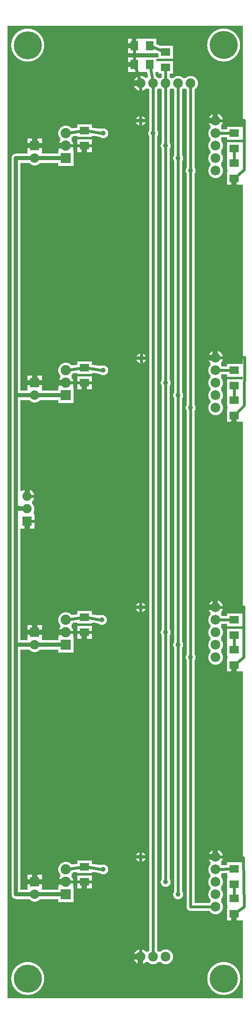
<source format=gtl>
G04 MADE WITH FRITZING*
G04 WWW.FRITZING.ORG*
G04 DOUBLE SIDED*
G04 HOLES PLATED*
G04 CONTOUR ON CENTER OF CONTOUR VECTOR*
%ASAXBY*%
%FSLAX23Y23*%
%MOIN*%
%OFA0B0*%
%SFA1.0B1.0*%
%ADD10C,0.075000*%
%ADD11C,0.078000*%
%ADD12C,0.039370*%
%ADD13C,0.224409*%
%ADD14C,0.082000*%
%ADD15C,0.074000*%
%ADD16R,0.062992X0.074803*%
%ADD17R,0.074803X0.062992*%
%ADD18R,0.075000X0.075000*%
%ADD19R,0.082000X0.082000*%
%ADD20R,0.074000X0.074000*%
%ADD21C,0.024000*%
%ADD22C,0.032000*%
%LNCOPPER1*%
G90*
G70*
G54D10*
X1285Y7739D03*
G54D11*
X1708Y1171D03*
X1708Y1071D03*
X1708Y971D03*
X1708Y871D03*
X1708Y771D03*
X1708Y3171D03*
X1708Y3071D03*
X1708Y2971D03*
X1708Y2871D03*
X1708Y2771D03*
X1708Y5171D03*
X1708Y5071D03*
X1708Y4971D03*
X1708Y4871D03*
X1708Y4771D03*
X1108Y7371D03*
X1208Y7371D03*
X1308Y7371D03*
X1408Y7371D03*
X1508Y7371D03*
X1708Y7071D03*
X1708Y6971D03*
X1708Y6871D03*
X1708Y6771D03*
X1708Y6671D03*
G54D12*
X1208Y6971D03*
X1508Y6671D03*
X1408Y6771D03*
X1308Y6871D03*
X1508Y4771D03*
X1408Y4871D03*
X1308Y4971D03*
X808Y5071D03*
X1112Y5167D03*
X1108Y7071D03*
X808Y6971D03*
G54D10*
X258Y971D03*
X258Y871D03*
X258Y2971D03*
X258Y2871D03*
X258Y4971D03*
X258Y4871D03*
X258Y6871D03*
X258Y6771D03*
G54D13*
X1773Y7678D03*
X202Y7677D03*
X202Y197D03*
X1773Y197D03*
G54D14*
X508Y871D03*
X508Y971D03*
X508Y1071D03*
X508Y2871D03*
X508Y2971D03*
X508Y3071D03*
X508Y4871D03*
X508Y4971D03*
X508Y5071D03*
X508Y6771D03*
X508Y6871D03*
X508Y6971D03*
G54D15*
X198Y3861D03*
X198Y3961D03*
X198Y4061D03*
G54D11*
X1308Y371D03*
X1208Y371D03*
X1108Y371D03*
G54D12*
X1508Y2771D03*
X1408Y2871D03*
X1308Y2971D03*
X1108Y3171D03*
X797Y3071D03*
X1108Y1171D03*
X1308Y971D03*
X1408Y871D03*
X808Y1071D03*
G54D16*
X1058Y7521D03*
X1180Y7521D03*
G54D17*
X1308Y7621D03*
X1308Y7499D03*
X1858Y6610D03*
X1858Y6732D03*
X1858Y4710D03*
X1858Y4832D03*
G54D16*
X1058Y7671D03*
X1180Y7671D03*
G54D18*
X258Y971D03*
X258Y2971D03*
X258Y4971D03*
X258Y6871D03*
G54D17*
X658Y971D03*
X658Y1093D03*
X658Y2971D03*
X658Y3093D03*
X658Y4971D03*
X658Y5093D03*
X658Y6871D03*
X658Y6993D03*
X1858Y954D03*
X1858Y1076D03*
X1858Y2949D03*
X1858Y3071D03*
X1858Y4949D03*
X1858Y5071D03*
X1858Y6849D03*
X1858Y6971D03*
G54D19*
X508Y871D03*
X508Y2871D03*
X508Y4871D03*
X508Y6771D03*
G54D20*
X198Y3861D03*
G54D17*
X1858Y2710D03*
X1858Y2832D03*
X1858Y716D03*
X1858Y838D03*
G54D21*
X1308Y4952D02*
X1308Y2990D01*
D02*
X1308Y2952D02*
X1308Y990D01*
D02*
X1408Y4852D02*
X1408Y2890D01*
D02*
X1408Y2852D02*
X1408Y890D01*
D02*
X1508Y2752D02*
X1508Y771D01*
D02*
X1508Y4752D02*
X1508Y2790D01*
D02*
X1308Y6852D02*
X1308Y4990D01*
D02*
X1408Y6752D02*
X1408Y4890D01*
D02*
X1508Y6652D02*
X1508Y4790D01*
G54D22*
D02*
X108Y4871D02*
X108Y3961D01*
D02*
X108Y3961D02*
X161Y3961D01*
D02*
X108Y6771D02*
X108Y4871D01*
D02*
X470Y6771D02*
X108Y6771D01*
G54D21*
D02*
X626Y6988D02*
X540Y6976D01*
D02*
X690Y6988D02*
X789Y6974D01*
D02*
X1308Y7341D02*
X1308Y6890D01*
D02*
X1408Y7341D02*
X1408Y6790D01*
D02*
X1508Y771D02*
X1678Y771D01*
D02*
X1508Y7341D02*
X1508Y6690D01*
D02*
X789Y5074D02*
X690Y5088D01*
D02*
X1738Y5071D02*
X1826Y5071D01*
D02*
X1738Y6971D02*
X1826Y6971D01*
D02*
X1858Y6758D02*
X1858Y6823D01*
D02*
X626Y5088D02*
X540Y5076D01*
G54D22*
D02*
X470Y4871D02*
X108Y4871D01*
G54D21*
D02*
X1208Y7341D02*
X1208Y6990D01*
D02*
X1203Y7401D02*
X1186Y7489D01*
D02*
X1099Y7400D02*
X1069Y7489D01*
D02*
X1208Y401D02*
X1208Y6952D01*
D02*
X1858Y4858D02*
X1858Y4923D01*
D02*
X626Y4971D02*
X540Y4971D01*
D02*
X626Y6871D02*
X540Y6871D01*
D02*
X1058Y7553D02*
X1058Y7639D01*
D02*
X1308Y7401D02*
X1308Y7473D01*
D02*
X1206Y7661D02*
X1276Y7633D01*
D02*
X1108Y7090D02*
X1108Y7341D01*
D02*
X1108Y6871D02*
X1108Y7052D01*
D02*
X1112Y5186D02*
X1108Y6871D01*
D02*
X1108Y3871D02*
X1108Y4067D01*
D02*
X1108Y2971D02*
X1108Y3152D01*
D02*
X1108Y4067D02*
X1108Y4971D01*
D02*
X1108Y1190D02*
X1108Y2971D01*
D02*
X1108Y971D02*
X1108Y1152D01*
D02*
X1108Y401D02*
X1108Y971D01*
D02*
X1108Y4971D02*
X1112Y5148D01*
D02*
X1108Y3190D02*
X1108Y3871D01*
G54D22*
D02*
X108Y2871D02*
X476Y2871D01*
D02*
X108Y3971D02*
X108Y2871D01*
D02*
X167Y3964D02*
X108Y3971D01*
G54D21*
D02*
X540Y3076D02*
X626Y3088D01*
D02*
X626Y2971D02*
X540Y2971D01*
D02*
X690Y3088D02*
X778Y3074D01*
D02*
X1738Y3071D02*
X1826Y3071D01*
D02*
X1858Y2858D02*
X1858Y2923D01*
G54D22*
D02*
X108Y2871D02*
X108Y871D01*
D02*
X108Y871D02*
X476Y871D01*
D02*
X476Y2871D02*
X108Y2871D01*
G54D21*
D02*
X540Y1076D02*
X626Y1088D01*
D02*
X626Y971D02*
X540Y971D01*
D02*
X690Y1088D02*
X789Y1074D01*
D02*
X1858Y864D02*
X1858Y928D01*
D02*
X1738Y1072D02*
X1826Y1075D01*
D02*
X690Y971D02*
X1108Y971D01*
D02*
X1938Y771D02*
X1890Y738D01*
D02*
X1930Y1167D02*
X1938Y771D01*
D02*
X1738Y1171D02*
X1930Y1167D01*
D02*
X229Y4061D02*
X1108Y4067D01*
D02*
X229Y3861D02*
X1108Y3871D01*
D02*
X690Y2971D02*
X1108Y2971D01*
D02*
X1934Y2771D02*
X1890Y2736D01*
D02*
X1738Y3172D02*
X1934Y3175D01*
D02*
X1934Y3175D02*
X1934Y2771D01*
D02*
X690Y4971D02*
X1108Y4971D01*
D02*
X1941Y5175D02*
X1938Y4790D01*
D02*
X1938Y4790D02*
X1884Y4736D01*
D02*
X1738Y5172D02*
X1941Y5175D01*
D02*
X690Y6871D02*
X1108Y6871D01*
D02*
X1938Y7075D02*
X1738Y7072D01*
D02*
X1888Y6636D02*
X1938Y6678D01*
D02*
X1938Y6678D02*
X1938Y7075D01*
G36*
X1226Y7464D02*
X1226Y7444D01*
X1228Y7444D01*
X1228Y7434D01*
X1230Y7434D01*
X1230Y7426D01*
X1232Y7426D01*
X1232Y7424D01*
X1236Y7424D01*
X1236Y7422D01*
X1240Y7422D01*
X1240Y7420D01*
X1242Y7420D01*
X1242Y7418D01*
X1244Y7418D01*
X1244Y7416D01*
X1248Y7416D01*
X1248Y7414D01*
X1270Y7414D01*
X1270Y7416D01*
X1272Y7416D01*
X1272Y7418D01*
X1274Y7418D01*
X1274Y7420D01*
X1276Y7420D01*
X1276Y7448D01*
X1250Y7448D01*
X1250Y7464D01*
X1226Y7464D01*
G37*
D02*
G36*
X40Y7834D02*
X40Y7810D01*
X1790Y7810D01*
X1790Y7808D01*
X1802Y7808D01*
X1802Y7806D01*
X1810Y7806D01*
X1810Y7804D01*
X1816Y7804D01*
X1816Y7802D01*
X1820Y7802D01*
X1820Y7800D01*
X1826Y7800D01*
X1826Y7798D01*
X1830Y7798D01*
X1830Y7796D01*
X1834Y7796D01*
X1834Y7794D01*
X1838Y7794D01*
X1838Y7792D01*
X1840Y7792D01*
X1840Y7790D01*
X1844Y7790D01*
X1844Y7788D01*
X1848Y7788D01*
X1848Y7786D01*
X1850Y7786D01*
X1850Y7784D01*
X1852Y7784D01*
X1852Y7782D01*
X1856Y7782D01*
X1856Y7780D01*
X1858Y7780D01*
X1858Y7778D01*
X1860Y7778D01*
X1860Y7776D01*
X1862Y7776D01*
X1862Y7774D01*
X1864Y7774D01*
X1864Y7772D01*
X1866Y7772D01*
X1866Y7770D01*
X1868Y7770D01*
X1868Y7768D01*
X1870Y7768D01*
X1870Y7766D01*
X1872Y7766D01*
X1872Y7764D01*
X1874Y7764D01*
X1874Y7762D01*
X1876Y7762D01*
X1876Y7758D01*
X1878Y7758D01*
X1878Y7756D01*
X1880Y7756D01*
X1880Y7754D01*
X1882Y7754D01*
X1882Y7750D01*
X1884Y7750D01*
X1884Y7748D01*
X1886Y7748D01*
X1886Y7744D01*
X1888Y7744D01*
X1888Y7740D01*
X1890Y7740D01*
X1890Y7736D01*
X1892Y7736D01*
X1892Y7732D01*
X1894Y7732D01*
X1894Y7728D01*
X1896Y7728D01*
X1896Y7722D01*
X1898Y7722D01*
X1898Y7718D01*
X1900Y7718D01*
X1900Y7710D01*
X1902Y7710D01*
X1902Y7700D01*
X1904Y7700D01*
X1904Y7656D01*
X1902Y7656D01*
X1902Y7646D01*
X1900Y7646D01*
X1900Y7638D01*
X1898Y7638D01*
X1898Y7634D01*
X1896Y7634D01*
X1896Y7628D01*
X1894Y7628D01*
X1894Y7624D01*
X1892Y7624D01*
X1892Y7620D01*
X1890Y7620D01*
X1890Y7616D01*
X1888Y7616D01*
X1888Y7612D01*
X1886Y7612D01*
X1886Y7608D01*
X1884Y7608D01*
X1884Y7606D01*
X1882Y7606D01*
X1882Y7602D01*
X1880Y7602D01*
X1880Y7600D01*
X1878Y7600D01*
X1878Y7598D01*
X1876Y7598D01*
X1876Y7594D01*
X1874Y7594D01*
X1874Y7592D01*
X1872Y7592D01*
X1872Y7590D01*
X1870Y7590D01*
X1870Y7588D01*
X1868Y7588D01*
X1868Y7586D01*
X1866Y7586D01*
X1866Y7584D01*
X1864Y7584D01*
X1864Y7582D01*
X1862Y7582D01*
X1862Y7580D01*
X1860Y7580D01*
X1860Y7578D01*
X1858Y7578D01*
X1858Y7576D01*
X1856Y7576D01*
X1856Y7574D01*
X1852Y7574D01*
X1852Y7572D01*
X1850Y7572D01*
X1850Y7570D01*
X1848Y7570D01*
X1848Y7568D01*
X1844Y7568D01*
X1844Y7566D01*
X1840Y7566D01*
X1840Y7564D01*
X1838Y7564D01*
X1838Y7562D01*
X1834Y7562D01*
X1834Y7560D01*
X1830Y7560D01*
X1830Y7558D01*
X1826Y7558D01*
X1826Y7556D01*
X1820Y7556D01*
X1820Y7554D01*
X1816Y7554D01*
X1816Y7552D01*
X1810Y7552D01*
X1810Y7550D01*
X1802Y7550D01*
X1802Y7548D01*
X1790Y7548D01*
X1790Y7546D01*
X1928Y7546D01*
X1928Y7834D01*
X40Y7834D01*
G37*
D02*
G36*
X40Y7810D02*
X40Y7546D01*
X180Y7546D01*
X180Y7548D01*
X170Y7548D01*
X170Y7550D01*
X164Y7550D01*
X164Y7552D01*
X158Y7552D01*
X158Y7554D01*
X152Y7554D01*
X152Y7556D01*
X148Y7556D01*
X148Y7558D01*
X144Y7558D01*
X144Y7560D01*
X140Y7560D01*
X140Y7562D01*
X136Y7562D01*
X136Y7564D01*
X132Y7564D01*
X132Y7566D01*
X130Y7566D01*
X130Y7568D01*
X126Y7568D01*
X126Y7570D01*
X124Y7570D01*
X124Y7572D01*
X122Y7572D01*
X122Y7574D01*
X118Y7574D01*
X118Y7576D01*
X116Y7576D01*
X116Y7578D01*
X114Y7578D01*
X114Y7580D01*
X112Y7580D01*
X112Y7582D01*
X110Y7582D01*
X110Y7584D01*
X108Y7584D01*
X108Y7586D01*
X106Y7586D01*
X106Y7588D01*
X104Y7588D01*
X104Y7590D01*
X102Y7590D01*
X102Y7592D01*
X100Y7592D01*
X100Y7594D01*
X98Y7594D01*
X98Y7598D01*
X96Y7598D01*
X96Y7600D01*
X94Y7600D01*
X94Y7602D01*
X92Y7602D01*
X92Y7606D01*
X90Y7606D01*
X90Y7608D01*
X88Y7608D01*
X88Y7612D01*
X86Y7612D01*
X86Y7616D01*
X84Y7616D01*
X84Y7620D01*
X82Y7620D01*
X82Y7624D01*
X80Y7624D01*
X80Y7628D01*
X78Y7628D01*
X78Y7634D01*
X76Y7634D01*
X76Y7640D01*
X74Y7640D01*
X74Y7648D01*
X72Y7648D01*
X72Y7660D01*
X70Y7660D01*
X70Y7696D01*
X72Y7696D01*
X72Y7706D01*
X74Y7706D01*
X74Y7714D01*
X76Y7714D01*
X76Y7720D01*
X78Y7720D01*
X78Y7726D01*
X80Y7726D01*
X80Y7730D01*
X82Y7730D01*
X82Y7736D01*
X84Y7736D01*
X84Y7740D01*
X86Y7740D01*
X86Y7742D01*
X88Y7742D01*
X88Y7746D01*
X90Y7746D01*
X90Y7750D01*
X92Y7750D01*
X92Y7752D01*
X94Y7752D01*
X94Y7754D01*
X96Y7754D01*
X96Y7758D01*
X98Y7758D01*
X98Y7760D01*
X100Y7760D01*
X100Y7762D01*
X102Y7762D01*
X102Y7764D01*
X104Y7764D01*
X104Y7768D01*
X106Y7768D01*
X106Y7770D01*
X108Y7770D01*
X108Y7772D01*
X110Y7772D01*
X110Y7774D01*
X112Y7774D01*
X112Y7776D01*
X116Y7776D01*
X116Y7778D01*
X118Y7778D01*
X118Y7780D01*
X120Y7780D01*
X120Y7782D01*
X122Y7782D01*
X122Y7784D01*
X126Y7784D01*
X126Y7786D01*
X128Y7786D01*
X128Y7788D01*
X132Y7788D01*
X132Y7790D01*
X134Y7790D01*
X134Y7792D01*
X138Y7792D01*
X138Y7794D01*
X142Y7794D01*
X142Y7796D01*
X146Y7796D01*
X146Y7798D01*
X150Y7798D01*
X150Y7800D01*
X156Y7800D01*
X156Y7802D01*
X160Y7802D01*
X160Y7804D01*
X168Y7804D01*
X168Y7806D01*
X176Y7806D01*
X176Y7808D01*
X192Y7808D01*
X192Y7810D01*
X40Y7810D01*
G37*
D02*
G36*
X212Y7810D02*
X212Y7808D01*
X228Y7808D01*
X228Y7806D01*
X236Y7806D01*
X236Y7804D01*
X242Y7804D01*
X242Y7802D01*
X248Y7802D01*
X248Y7800D01*
X254Y7800D01*
X254Y7798D01*
X258Y7798D01*
X258Y7796D01*
X262Y7796D01*
X262Y7794D01*
X266Y7794D01*
X266Y7792D01*
X268Y7792D01*
X268Y7790D01*
X272Y7790D01*
X272Y7788D01*
X276Y7788D01*
X276Y7786D01*
X278Y7786D01*
X278Y7784D01*
X280Y7784D01*
X280Y7782D01*
X284Y7782D01*
X284Y7780D01*
X286Y7780D01*
X286Y7778D01*
X288Y7778D01*
X288Y7776D01*
X290Y7776D01*
X290Y7774D01*
X292Y7774D01*
X292Y7772D01*
X296Y7772D01*
X296Y7768D01*
X298Y7768D01*
X298Y7766D01*
X300Y7766D01*
X300Y7764D01*
X302Y7764D01*
X302Y7762D01*
X304Y7762D01*
X304Y7760D01*
X306Y7760D01*
X306Y7756D01*
X308Y7756D01*
X308Y7754D01*
X310Y7754D01*
X310Y7752D01*
X312Y7752D01*
X312Y7748D01*
X314Y7748D01*
X314Y7746D01*
X316Y7746D01*
X316Y7742D01*
X318Y7742D01*
X318Y7738D01*
X320Y7738D01*
X320Y7734D01*
X322Y7734D01*
X322Y7730D01*
X324Y7730D01*
X324Y7728D01*
X1232Y7728D01*
X1232Y7684D01*
X1238Y7684D01*
X1238Y7682D01*
X1242Y7682D01*
X1242Y7680D01*
X1248Y7680D01*
X1248Y7678D01*
X1252Y7678D01*
X1252Y7676D01*
X1258Y7676D01*
X1258Y7674D01*
X1264Y7674D01*
X1264Y7672D01*
X1366Y7672D01*
X1366Y7570D01*
X1232Y7570D01*
X1232Y7550D01*
X1366Y7550D01*
X1366Y7546D01*
X1756Y7546D01*
X1756Y7548D01*
X1744Y7548D01*
X1744Y7550D01*
X1736Y7550D01*
X1736Y7552D01*
X1730Y7552D01*
X1730Y7554D01*
X1724Y7554D01*
X1724Y7556D01*
X1720Y7556D01*
X1720Y7558D01*
X1716Y7558D01*
X1716Y7560D01*
X1712Y7560D01*
X1712Y7562D01*
X1708Y7562D01*
X1708Y7564D01*
X1704Y7564D01*
X1704Y7566D01*
X1702Y7566D01*
X1702Y7568D01*
X1698Y7568D01*
X1698Y7570D01*
X1696Y7570D01*
X1696Y7572D01*
X1692Y7572D01*
X1692Y7574D01*
X1690Y7574D01*
X1690Y7576D01*
X1688Y7576D01*
X1688Y7578D01*
X1686Y7578D01*
X1686Y7580D01*
X1684Y7580D01*
X1684Y7582D01*
X1680Y7582D01*
X1680Y7584D01*
X1678Y7584D01*
X1678Y7588D01*
X1676Y7588D01*
X1676Y7590D01*
X1674Y7590D01*
X1674Y7592D01*
X1672Y7592D01*
X1672Y7594D01*
X1670Y7594D01*
X1670Y7596D01*
X1668Y7596D01*
X1668Y7600D01*
X1666Y7600D01*
X1666Y7602D01*
X1664Y7602D01*
X1664Y7604D01*
X1662Y7604D01*
X1662Y7608D01*
X1660Y7608D01*
X1660Y7612D01*
X1658Y7612D01*
X1658Y7614D01*
X1656Y7614D01*
X1656Y7618D01*
X1654Y7618D01*
X1654Y7622D01*
X1652Y7622D01*
X1652Y7626D01*
X1650Y7626D01*
X1650Y7632D01*
X1648Y7632D01*
X1648Y7638D01*
X1646Y7638D01*
X1646Y7644D01*
X1644Y7644D01*
X1644Y7652D01*
X1642Y7652D01*
X1642Y7670D01*
X1640Y7670D01*
X1640Y7686D01*
X1642Y7686D01*
X1642Y7702D01*
X1644Y7702D01*
X1644Y7712D01*
X1646Y7712D01*
X1646Y7718D01*
X1648Y7718D01*
X1648Y7724D01*
X1650Y7724D01*
X1650Y7730D01*
X1652Y7730D01*
X1652Y7734D01*
X1654Y7734D01*
X1654Y7738D01*
X1656Y7738D01*
X1656Y7742D01*
X1658Y7742D01*
X1658Y7744D01*
X1660Y7744D01*
X1660Y7748D01*
X1662Y7748D01*
X1662Y7752D01*
X1664Y7752D01*
X1664Y7754D01*
X1666Y7754D01*
X1666Y7756D01*
X1668Y7756D01*
X1668Y7760D01*
X1670Y7760D01*
X1670Y7762D01*
X1672Y7762D01*
X1672Y7764D01*
X1674Y7764D01*
X1674Y7766D01*
X1676Y7766D01*
X1676Y7768D01*
X1678Y7768D01*
X1678Y7772D01*
X1680Y7772D01*
X1680Y7774D01*
X1684Y7774D01*
X1684Y7776D01*
X1686Y7776D01*
X1686Y7778D01*
X1688Y7778D01*
X1688Y7780D01*
X1690Y7780D01*
X1690Y7782D01*
X1692Y7782D01*
X1692Y7784D01*
X1696Y7784D01*
X1696Y7786D01*
X1698Y7786D01*
X1698Y7788D01*
X1702Y7788D01*
X1702Y7790D01*
X1704Y7790D01*
X1704Y7792D01*
X1708Y7792D01*
X1708Y7794D01*
X1712Y7794D01*
X1712Y7796D01*
X1716Y7796D01*
X1716Y7798D01*
X1720Y7798D01*
X1720Y7800D01*
X1724Y7800D01*
X1724Y7802D01*
X1730Y7802D01*
X1730Y7804D01*
X1736Y7804D01*
X1736Y7806D01*
X1744Y7806D01*
X1744Y7808D01*
X1756Y7808D01*
X1756Y7810D01*
X212Y7810D01*
G37*
D02*
G36*
X324Y7728D02*
X324Y7726D01*
X326Y7726D01*
X326Y7720D01*
X328Y7720D01*
X328Y7712D01*
X330Y7712D01*
X330Y7706D01*
X332Y7706D01*
X332Y7692D01*
X334Y7692D01*
X334Y7662D01*
X332Y7662D01*
X332Y7650D01*
X330Y7650D01*
X330Y7642D01*
X328Y7642D01*
X328Y7636D01*
X326Y7636D01*
X326Y7630D01*
X324Y7630D01*
X324Y7624D01*
X322Y7624D01*
X322Y7620D01*
X320Y7620D01*
X320Y7616D01*
X318Y7616D01*
X318Y7612D01*
X316Y7612D01*
X316Y7610D01*
X314Y7610D01*
X314Y7606D01*
X312Y7606D01*
X312Y7604D01*
X310Y7604D01*
X310Y7600D01*
X308Y7600D01*
X308Y7598D01*
X306Y7598D01*
X306Y7596D01*
X304Y7596D01*
X304Y7592D01*
X302Y7592D01*
X302Y7590D01*
X300Y7590D01*
X300Y7588D01*
X298Y7588D01*
X298Y7586D01*
X296Y7586D01*
X296Y7584D01*
X294Y7584D01*
X294Y7582D01*
X292Y7582D01*
X292Y7580D01*
X290Y7580D01*
X290Y7578D01*
X288Y7578D01*
X288Y7576D01*
X286Y7576D01*
X286Y7574D01*
X282Y7574D01*
X282Y7572D01*
X280Y7572D01*
X280Y7570D01*
X278Y7570D01*
X278Y7568D01*
X274Y7568D01*
X274Y7566D01*
X270Y7566D01*
X270Y7564D01*
X268Y7564D01*
X268Y7562D01*
X264Y7562D01*
X264Y7560D01*
X260Y7560D01*
X260Y7558D01*
X256Y7558D01*
X256Y7556D01*
X252Y7556D01*
X252Y7554D01*
X246Y7554D01*
X246Y7552D01*
X240Y7552D01*
X240Y7550D01*
X232Y7550D01*
X232Y7548D01*
X222Y7548D01*
X222Y7546D01*
X1006Y7546D01*
X1006Y7578D01*
X1250Y7578D01*
X1250Y7610D01*
X1246Y7610D01*
X1246Y7612D01*
X1240Y7612D01*
X1240Y7614D01*
X1006Y7614D01*
X1006Y7728D01*
X324Y7728D01*
G37*
D02*
G36*
X40Y7546D02*
X40Y7544D01*
X1006Y7544D01*
X1006Y7546D01*
X40Y7546D01*
G37*
D02*
G36*
X40Y7546D02*
X40Y7544D01*
X1006Y7544D01*
X1006Y7546D01*
X40Y7546D01*
G37*
D02*
G36*
X1366Y7546D02*
X1366Y7544D01*
X1928Y7544D01*
X1928Y7546D01*
X1366Y7546D01*
G37*
D02*
G36*
X1366Y7546D02*
X1366Y7544D01*
X1928Y7544D01*
X1928Y7546D01*
X1366Y7546D01*
G37*
D02*
G36*
X40Y7544D02*
X40Y7430D01*
X1118Y7430D01*
X1118Y7428D01*
X1126Y7428D01*
X1126Y7426D01*
X1132Y7426D01*
X1132Y7424D01*
X1136Y7424D01*
X1136Y7422D01*
X1140Y7422D01*
X1140Y7420D01*
X1142Y7420D01*
X1142Y7418D01*
X1144Y7418D01*
X1144Y7416D01*
X1164Y7416D01*
X1164Y7438D01*
X1162Y7438D01*
X1162Y7450D01*
X1160Y7450D01*
X1160Y7460D01*
X1158Y7460D01*
X1158Y7464D01*
X1006Y7464D01*
X1006Y7544D01*
X40Y7544D01*
G37*
D02*
G36*
X1366Y7544D02*
X1366Y7448D01*
X1340Y7448D01*
X1340Y7430D01*
X1518Y7430D01*
X1518Y7428D01*
X1526Y7428D01*
X1526Y7426D01*
X1532Y7426D01*
X1532Y7424D01*
X1536Y7424D01*
X1536Y7422D01*
X1540Y7422D01*
X1540Y7420D01*
X1542Y7420D01*
X1542Y7418D01*
X1544Y7418D01*
X1544Y7416D01*
X1548Y7416D01*
X1548Y7414D01*
X1550Y7414D01*
X1550Y7412D01*
X1552Y7412D01*
X1552Y7408D01*
X1554Y7408D01*
X1554Y7406D01*
X1556Y7406D01*
X1556Y7404D01*
X1558Y7404D01*
X1558Y7400D01*
X1560Y7400D01*
X1560Y7398D01*
X1562Y7398D01*
X1562Y7392D01*
X1564Y7392D01*
X1564Y7386D01*
X1566Y7386D01*
X1566Y7374D01*
X1568Y7374D01*
X1568Y7368D01*
X1566Y7368D01*
X1566Y7356D01*
X1564Y7356D01*
X1564Y7350D01*
X1562Y7350D01*
X1562Y7344D01*
X1560Y7344D01*
X1560Y7342D01*
X1558Y7342D01*
X1558Y7338D01*
X1556Y7338D01*
X1556Y7336D01*
X1554Y7336D01*
X1554Y7334D01*
X1552Y7334D01*
X1552Y7330D01*
X1550Y7330D01*
X1550Y7328D01*
X1548Y7328D01*
X1548Y7326D01*
X1544Y7326D01*
X1544Y7324D01*
X1542Y7324D01*
X1542Y7322D01*
X1540Y7322D01*
X1540Y7130D01*
X1718Y7130D01*
X1718Y7128D01*
X1726Y7128D01*
X1726Y7126D01*
X1732Y7126D01*
X1732Y7124D01*
X1736Y7124D01*
X1736Y7122D01*
X1740Y7122D01*
X1740Y7120D01*
X1742Y7120D01*
X1742Y7118D01*
X1744Y7118D01*
X1744Y7116D01*
X1748Y7116D01*
X1748Y7114D01*
X1750Y7114D01*
X1750Y7112D01*
X1752Y7112D01*
X1752Y7108D01*
X1754Y7108D01*
X1754Y7106D01*
X1756Y7106D01*
X1756Y7104D01*
X1758Y7104D01*
X1758Y7100D01*
X1760Y7100D01*
X1760Y7098D01*
X1762Y7098D01*
X1762Y7092D01*
X1764Y7092D01*
X1764Y7086D01*
X1766Y7086D01*
X1766Y7074D01*
X1768Y7074D01*
X1768Y7068D01*
X1766Y7068D01*
X1766Y7056D01*
X1764Y7056D01*
X1764Y7050D01*
X1762Y7050D01*
X1762Y7044D01*
X1760Y7044D01*
X1760Y7042D01*
X1758Y7042D01*
X1758Y7038D01*
X1756Y7038D01*
X1756Y7036D01*
X1754Y7036D01*
X1754Y7034D01*
X1752Y7034D01*
X1752Y7008D01*
X1754Y7008D01*
X1754Y7006D01*
X1756Y7006D01*
X1756Y7004D01*
X1758Y7004D01*
X1758Y7002D01*
X1800Y7002D01*
X1800Y7022D01*
X1928Y7022D01*
X1928Y7544D01*
X1366Y7544D01*
G37*
D02*
G36*
X40Y7430D02*
X40Y7312D01*
X1098Y7312D01*
X1098Y7314D01*
X1090Y7314D01*
X1090Y7316D01*
X1084Y7316D01*
X1084Y7318D01*
X1080Y7318D01*
X1080Y7320D01*
X1078Y7320D01*
X1078Y7322D01*
X1074Y7322D01*
X1074Y7324D01*
X1072Y7324D01*
X1072Y7326D01*
X1070Y7326D01*
X1070Y7328D01*
X1066Y7328D01*
X1066Y7332D01*
X1064Y7332D01*
X1064Y7334D01*
X1062Y7334D01*
X1062Y7336D01*
X1060Y7336D01*
X1060Y7338D01*
X1058Y7338D01*
X1058Y7342D01*
X1056Y7342D01*
X1056Y7346D01*
X1054Y7346D01*
X1054Y7350D01*
X1052Y7350D01*
X1052Y7358D01*
X1050Y7358D01*
X1050Y7384D01*
X1052Y7384D01*
X1052Y7392D01*
X1054Y7392D01*
X1054Y7396D01*
X1056Y7396D01*
X1056Y7400D01*
X1058Y7400D01*
X1058Y7404D01*
X1060Y7404D01*
X1060Y7406D01*
X1062Y7406D01*
X1062Y7408D01*
X1064Y7408D01*
X1064Y7410D01*
X1066Y7410D01*
X1066Y7414D01*
X1070Y7414D01*
X1070Y7416D01*
X1072Y7416D01*
X1072Y7418D01*
X1074Y7418D01*
X1074Y7420D01*
X1078Y7420D01*
X1078Y7422D01*
X1080Y7422D01*
X1080Y7424D01*
X1084Y7424D01*
X1084Y7426D01*
X1090Y7426D01*
X1090Y7428D01*
X1098Y7428D01*
X1098Y7430D01*
X40Y7430D01*
G37*
D02*
G36*
X1340Y7430D02*
X1340Y7420D01*
X1342Y7420D01*
X1342Y7418D01*
X1344Y7418D01*
X1344Y7416D01*
X1348Y7416D01*
X1348Y7414D01*
X1370Y7414D01*
X1370Y7416D01*
X1372Y7416D01*
X1372Y7418D01*
X1374Y7418D01*
X1374Y7420D01*
X1378Y7420D01*
X1378Y7422D01*
X1380Y7422D01*
X1380Y7424D01*
X1384Y7424D01*
X1384Y7426D01*
X1390Y7426D01*
X1390Y7428D01*
X1398Y7428D01*
X1398Y7430D01*
X1340Y7430D01*
G37*
D02*
G36*
X1418Y7430D02*
X1418Y7428D01*
X1426Y7428D01*
X1426Y7426D01*
X1432Y7426D01*
X1432Y7424D01*
X1436Y7424D01*
X1436Y7422D01*
X1440Y7422D01*
X1440Y7420D01*
X1442Y7420D01*
X1442Y7418D01*
X1444Y7418D01*
X1444Y7416D01*
X1448Y7416D01*
X1448Y7414D01*
X1470Y7414D01*
X1470Y7416D01*
X1472Y7416D01*
X1472Y7418D01*
X1474Y7418D01*
X1474Y7420D01*
X1478Y7420D01*
X1478Y7422D01*
X1480Y7422D01*
X1480Y7424D01*
X1484Y7424D01*
X1484Y7426D01*
X1490Y7426D01*
X1490Y7428D01*
X1498Y7428D01*
X1498Y7430D01*
X1418Y7430D01*
G37*
D02*
G36*
X1148Y7328D02*
X1148Y7326D01*
X1144Y7326D01*
X1144Y7324D01*
X1142Y7324D01*
X1142Y7322D01*
X1140Y7322D01*
X1140Y7320D01*
X1136Y7320D01*
X1136Y7318D01*
X1132Y7318D01*
X1132Y7316D01*
X1126Y7316D01*
X1126Y7314D01*
X1118Y7314D01*
X1118Y7312D01*
X1176Y7312D01*
X1176Y7322D01*
X1174Y7322D01*
X1174Y7324D01*
X1172Y7324D01*
X1172Y7326D01*
X1170Y7326D01*
X1170Y7328D01*
X1148Y7328D01*
G37*
D02*
G36*
X1248Y7328D02*
X1248Y7326D01*
X1244Y7326D01*
X1244Y7324D01*
X1242Y7324D01*
X1242Y7322D01*
X1240Y7322D01*
X1240Y6992D01*
X1242Y6992D01*
X1242Y6990D01*
X1244Y6990D01*
X1244Y6986D01*
X1246Y6986D01*
X1246Y6978D01*
X1248Y6978D01*
X1248Y6964D01*
X1246Y6964D01*
X1246Y6956D01*
X1244Y6956D01*
X1244Y6952D01*
X1242Y6952D01*
X1242Y6950D01*
X1240Y6950D01*
X1240Y932D01*
X1298Y932D01*
X1298Y934D01*
X1292Y934D01*
X1292Y936D01*
X1288Y936D01*
X1288Y938D01*
X1286Y938D01*
X1286Y940D01*
X1282Y940D01*
X1282Y942D01*
X1280Y942D01*
X1280Y944D01*
X1278Y944D01*
X1278Y946D01*
X1276Y946D01*
X1276Y950D01*
X1274Y950D01*
X1274Y954D01*
X1272Y954D01*
X1272Y958D01*
X1270Y958D01*
X1270Y966D01*
X1268Y966D01*
X1268Y976D01*
X1270Y976D01*
X1270Y984D01*
X1272Y984D01*
X1272Y988D01*
X1274Y988D01*
X1274Y992D01*
X1276Y992D01*
X1276Y2950D01*
X1274Y2950D01*
X1274Y2954D01*
X1272Y2954D01*
X1272Y2958D01*
X1270Y2958D01*
X1270Y2966D01*
X1268Y2966D01*
X1268Y2976D01*
X1270Y2976D01*
X1270Y2984D01*
X1272Y2984D01*
X1272Y2988D01*
X1274Y2988D01*
X1274Y2992D01*
X1276Y2992D01*
X1276Y4950D01*
X1274Y4950D01*
X1274Y4954D01*
X1272Y4954D01*
X1272Y4958D01*
X1270Y4958D01*
X1270Y4966D01*
X1268Y4966D01*
X1268Y4976D01*
X1270Y4976D01*
X1270Y4984D01*
X1272Y4984D01*
X1272Y4988D01*
X1274Y4988D01*
X1274Y4992D01*
X1276Y4992D01*
X1276Y6850D01*
X1274Y6850D01*
X1274Y6854D01*
X1272Y6854D01*
X1272Y6858D01*
X1270Y6858D01*
X1270Y6866D01*
X1268Y6866D01*
X1268Y6876D01*
X1270Y6876D01*
X1270Y6884D01*
X1272Y6884D01*
X1272Y6888D01*
X1274Y6888D01*
X1274Y6892D01*
X1276Y6892D01*
X1276Y7322D01*
X1274Y7322D01*
X1274Y7324D01*
X1272Y7324D01*
X1272Y7326D01*
X1270Y7326D01*
X1270Y7328D01*
X1248Y7328D01*
G37*
D02*
G36*
X1348Y7328D02*
X1348Y7326D01*
X1344Y7326D01*
X1344Y7324D01*
X1342Y7324D01*
X1342Y7322D01*
X1340Y7322D01*
X1340Y6892D01*
X1342Y6892D01*
X1342Y6890D01*
X1344Y6890D01*
X1344Y6886D01*
X1346Y6886D01*
X1346Y6878D01*
X1348Y6878D01*
X1348Y6864D01*
X1346Y6864D01*
X1346Y6856D01*
X1344Y6856D01*
X1344Y6852D01*
X1342Y6852D01*
X1342Y6850D01*
X1340Y6850D01*
X1340Y4992D01*
X1342Y4992D01*
X1342Y4990D01*
X1344Y4990D01*
X1344Y4986D01*
X1346Y4986D01*
X1346Y4978D01*
X1348Y4978D01*
X1348Y4964D01*
X1346Y4964D01*
X1346Y4956D01*
X1344Y4956D01*
X1344Y4952D01*
X1342Y4952D01*
X1342Y4950D01*
X1340Y4950D01*
X1340Y2992D01*
X1342Y2992D01*
X1342Y2990D01*
X1344Y2990D01*
X1344Y2986D01*
X1346Y2986D01*
X1346Y2978D01*
X1348Y2978D01*
X1348Y2964D01*
X1346Y2964D01*
X1346Y2956D01*
X1344Y2956D01*
X1344Y2952D01*
X1342Y2952D01*
X1342Y2950D01*
X1340Y2950D01*
X1340Y992D01*
X1342Y992D01*
X1342Y990D01*
X1344Y990D01*
X1344Y986D01*
X1346Y986D01*
X1346Y978D01*
X1348Y978D01*
X1348Y964D01*
X1346Y964D01*
X1346Y956D01*
X1344Y956D01*
X1344Y952D01*
X1342Y952D01*
X1342Y950D01*
X1340Y950D01*
X1340Y946D01*
X1338Y946D01*
X1338Y944D01*
X1336Y944D01*
X1336Y942D01*
X1334Y942D01*
X1334Y940D01*
X1332Y940D01*
X1332Y938D01*
X1328Y938D01*
X1328Y936D01*
X1324Y936D01*
X1324Y934D01*
X1318Y934D01*
X1318Y932D01*
X1376Y932D01*
X1376Y2850D01*
X1374Y2850D01*
X1374Y2854D01*
X1372Y2854D01*
X1372Y2858D01*
X1370Y2858D01*
X1370Y2866D01*
X1368Y2866D01*
X1368Y2876D01*
X1370Y2876D01*
X1370Y2884D01*
X1372Y2884D01*
X1372Y2888D01*
X1374Y2888D01*
X1374Y2892D01*
X1376Y2892D01*
X1376Y4850D01*
X1374Y4850D01*
X1374Y4854D01*
X1372Y4854D01*
X1372Y4858D01*
X1370Y4858D01*
X1370Y4866D01*
X1368Y4866D01*
X1368Y4876D01*
X1370Y4876D01*
X1370Y4884D01*
X1372Y4884D01*
X1372Y4888D01*
X1374Y4888D01*
X1374Y4892D01*
X1376Y4892D01*
X1376Y6750D01*
X1374Y6750D01*
X1374Y6754D01*
X1372Y6754D01*
X1372Y6758D01*
X1370Y6758D01*
X1370Y6766D01*
X1368Y6766D01*
X1368Y6776D01*
X1370Y6776D01*
X1370Y6784D01*
X1372Y6784D01*
X1372Y6788D01*
X1374Y6788D01*
X1374Y6792D01*
X1376Y6792D01*
X1376Y7322D01*
X1374Y7322D01*
X1374Y7324D01*
X1372Y7324D01*
X1372Y7326D01*
X1370Y7326D01*
X1370Y7328D01*
X1348Y7328D01*
G37*
D02*
G36*
X1448Y7328D02*
X1448Y7326D01*
X1444Y7326D01*
X1444Y7324D01*
X1442Y7324D01*
X1442Y7322D01*
X1440Y7322D01*
X1440Y6792D01*
X1442Y6792D01*
X1442Y6790D01*
X1444Y6790D01*
X1444Y6786D01*
X1446Y6786D01*
X1446Y6778D01*
X1448Y6778D01*
X1448Y6764D01*
X1446Y6764D01*
X1446Y6756D01*
X1444Y6756D01*
X1444Y6752D01*
X1442Y6752D01*
X1442Y6750D01*
X1440Y6750D01*
X1440Y4892D01*
X1442Y4892D01*
X1442Y4890D01*
X1444Y4890D01*
X1444Y4886D01*
X1446Y4886D01*
X1446Y4878D01*
X1448Y4878D01*
X1448Y4864D01*
X1446Y4864D01*
X1446Y4856D01*
X1444Y4856D01*
X1444Y4852D01*
X1442Y4852D01*
X1442Y4850D01*
X1440Y4850D01*
X1440Y2892D01*
X1442Y2892D01*
X1442Y2890D01*
X1444Y2890D01*
X1444Y2886D01*
X1446Y2886D01*
X1446Y2878D01*
X1448Y2878D01*
X1448Y2864D01*
X1446Y2864D01*
X1446Y2856D01*
X1444Y2856D01*
X1444Y2852D01*
X1442Y2852D01*
X1442Y2850D01*
X1440Y2850D01*
X1440Y892D01*
X1442Y892D01*
X1442Y890D01*
X1444Y890D01*
X1444Y886D01*
X1446Y886D01*
X1446Y878D01*
X1448Y878D01*
X1448Y864D01*
X1446Y864D01*
X1446Y856D01*
X1444Y856D01*
X1444Y852D01*
X1442Y852D01*
X1442Y850D01*
X1440Y850D01*
X1440Y846D01*
X1438Y846D01*
X1438Y844D01*
X1436Y844D01*
X1436Y842D01*
X1434Y842D01*
X1434Y840D01*
X1432Y840D01*
X1432Y838D01*
X1428Y838D01*
X1428Y836D01*
X1424Y836D01*
X1424Y834D01*
X1418Y834D01*
X1418Y832D01*
X1476Y832D01*
X1476Y2750D01*
X1474Y2750D01*
X1474Y2754D01*
X1472Y2754D01*
X1472Y2758D01*
X1470Y2758D01*
X1470Y2766D01*
X1468Y2766D01*
X1468Y2776D01*
X1470Y2776D01*
X1470Y2784D01*
X1472Y2784D01*
X1472Y2788D01*
X1474Y2788D01*
X1474Y2792D01*
X1476Y2792D01*
X1476Y4750D01*
X1474Y4750D01*
X1474Y4754D01*
X1472Y4754D01*
X1472Y4758D01*
X1470Y4758D01*
X1470Y4766D01*
X1468Y4766D01*
X1468Y4776D01*
X1470Y4776D01*
X1470Y4784D01*
X1472Y4784D01*
X1472Y4788D01*
X1474Y4788D01*
X1474Y4792D01*
X1476Y4792D01*
X1476Y6650D01*
X1474Y6650D01*
X1474Y6654D01*
X1472Y6654D01*
X1472Y6658D01*
X1470Y6658D01*
X1470Y6666D01*
X1468Y6666D01*
X1468Y6676D01*
X1470Y6676D01*
X1470Y6684D01*
X1472Y6684D01*
X1472Y6688D01*
X1474Y6688D01*
X1474Y6692D01*
X1476Y6692D01*
X1476Y7322D01*
X1474Y7322D01*
X1474Y7324D01*
X1472Y7324D01*
X1472Y7326D01*
X1470Y7326D01*
X1470Y7328D01*
X1448Y7328D01*
G37*
D02*
G36*
X40Y7312D02*
X40Y7310D01*
X1176Y7310D01*
X1176Y7312D01*
X40Y7312D01*
G37*
D02*
G36*
X40Y7312D02*
X40Y7310D01*
X1176Y7310D01*
X1176Y7312D01*
X40Y7312D01*
G37*
D02*
G36*
X40Y7310D02*
X40Y7110D01*
X1118Y7110D01*
X1118Y7108D01*
X1124Y7108D01*
X1124Y7106D01*
X1128Y7106D01*
X1128Y7104D01*
X1132Y7104D01*
X1132Y7102D01*
X1134Y7102D01*
X1134Y7100D01*
X1136Y7100D01*
X1136Y7098D01*
X1138Y7098D01*
X1138Y7096D01*
X1140Y7096D01*
X1140Y7092D01*
X1142Y7092D01*
X1142Y7090D01*
X1144Y7090D01*
X1144Y7086D01*
X1146Y7086D01*
X1146Y7078D01*
X1148Y7078D01*
X1148Y7064D01*
X1146Y7064D01*
X1146Y7056D01*
X1144Y7056D01*
X1144Y7052D01*
X1142Y7052D01*
X1142Y7050D01*
X1140Y7050D01*
X1140Y7046D01*
X1138Y7046D01*
X1138Y7044D01*
X1136Y7044D01*
X1136Y7042D01*
X1134Y7042D01*
X1134Y7040D01*
X1132Y7040D01*
X1132Y7038D01*
X1128Y7038D01*
X1128Y7036D01*
X1124Y7036D01*
X1124Y7034D01*
X1118Y7034D01*
X1118Y7032D01*
X1176Y7032D01*
X1176Y7310D01*
X40Y7310D01*
G37*
D02*
G36*
X1540Y7130D02*
X1540Y6692D01*
X1542Y6692D01*
X1542Y6690D01*
X1544Y6690D01*
X1544Y6686D01*
X1546Y6686D01*
X1546Y6678D01*
X1548Y6678D01*
X1548Y6664D01*
X1546Y6664D01*
X1546Y6656D01*
X1544Y6656D01*
X1544Y6652D01*
X1542Y6652D01*
X1542Y6650D01*
X1540Y6650D01*
X1540Y6612D01*
X1698Y6612D01*
X1698Y6614D01*
X1690Y6614D01*
X1690Y6616D01*
X1684Y6616D01*
X1684Y6618D01*
X1680Y6618D01*
X1680Y6620D01*
X1678Y6620D01*
X1678Y6622D01*
X1674Y6622D01*
X1674Y6624D01*
X1672Y6624D01*
X1672Y6626D01*
X1670Y6626D01*
X1670Y6628D01*
X1666Y6628D01*
X1666Y6632D01*
X1664Y6632D01*
X1664Y6634D01*
X1662Y6634D01*
X1662Y6636D01*
X1660Y6636D01*
X1660Y6638D01*
X1658Y6638D01*
X1658Y6642D01*
X1656Y6642D01*
X1656Y6646D01*
X1654Y6646D01*
X1654Y6650D01*
X1652Y6650D01*
X1652Y6658D01*
X1650Y6658D01*
X1650Y6684D01*
X1652Y6684D01*
X1652Y6692D01*
X1654Y6692D01*
X1654Y6696D01*
X1656Y6696D01*
X1656Y6700D01*
X1658Y6700D01*
X1658Y6704D01*
X1660Y6704D01*
X1660Y6706D01*
X1662Y6706D01*
X1662Y6708D01*
X1664Y6708D01*
X1664Y6710D01*
X1666Y6710D01*
X1666Y6732D01*
X1664Y6732D01*
X1664Y6734D01*
X1662Y6734D01*
X1662Y6736D01*
X1660Y6736D01*
X1660Y6738D01*
X1658Y6738D01*
X1658Y6742D01*
X1656Y6742D01*
X1656Y6746D01*
X1654Y6746D01*
X1654Y6750D01*
X1652Y6750D01*
X1652Y6758D01*
X1650Y6758D01*
X1650Y6784D01*
X1652Y6784D01*
X1652Y6792D01*
X1654Y6792D01*
X1654Y6796D01*
X1656Y6796D01*
X1656Y6800D01*
X1658Y6800D01*
X1658Y6804D01*
X1660Y6804D01*
X1660Y6806D01*
X1662Y6806D01*
X1662Y6808D01*
X1664Y6808D01*
X1664Y6810D01*
X1666Y6810D01*
X1666Y6832D01*
X1664Y6832D01*
X1664Y6834D01*
X1662Y6834D01*
X1662Y6836D01*
X1660Y6836D01*
X1660Y6838D01*
X1658Y6838D01*
X1658Y6842D01*
X1656Y6842D01*
X1656Y6846D01*
X1654Y6846D01*
X1654Y6850D01*
X1652Y6850D01*
X1652Y6858D01*
X1650Y6858D01*
X1650Y6884D01*
X1652Y6884D01*
X1652Y6892D01*
X1654Y6892D01*
X1654Y6896D01*
X1656Y6896D01*
X1656Y6900D01*
X1658Y6900D01*
X1658Y6904D01*
X1660Y6904D01*
X1660Y6906D01*
X1662Y6906D01*
X1662Y6908D01*
X1664Y6908D01*
X1664Y6910D01*
X1666Y6910D01*
X1666Y6932D01*
X1664Y6932D01*
X1664Y6934D01*
X1662Y6934D01*
X1662Y6936D01*
X1660Y6936D01*
X1660Y6938D01*
X1658Y6938D01*
X1658Y6942D01*
X1656Y6942D01*
X1656Y6946D01*
X1654Y6946D01*
X1654Y6950D01*
X1652Y6950D01*
X1652Y6958D01*
X1650Y6958D01*
X1650Y6984D01*
X1652Y6984D01*
X1652Y6992D01*
X1654Y6992D01*
X1654Y6996D01*
X1656Y6996D01*
X1656Y7000D01*
X1658Y7000D01*
X1658Y7004D01*
X1660Y7004D01*
X1660Y7006D01*
X1662Y7006D01*
X1662Y7008D01*
X1664Y7008D01*
X1664Y7010D01*
X1666Y7010D01*
X1666Y7032D01*
X1664Y7032D01*
X1664Y7034D01*
X1662Y7034D01*
X1662Y7036D01*
X1660Y7036D01*
X1660Y7038D01*
X1658Y7038D01*
X1658Y7042D01*
X1656Y7042D01*
X1656Y7046D01*
X1654Y7046D01*
X1654Y7050D01*
X1652Y7050D01*
X1652Y7058D01*
X1650Y7058D01*
X1650Y7084D01*
X1652Y7084D01*
X1652Y7092D01*
X1654Y7092D01*
X1654Y7096D01*
X1656Y7096D01*
X1656Y7100D01*
X1658Y7100D01*
X1658Y7104D01*
X1660Y7104D01*
X1660Y7106D01*
X1662Y7106D01*
X1662Y7108D01*
X1664Y7108D01*
X1664Y7110D01*
X1666Y7110D01*
X1666Y7114D01*
X1670Y7114D01*
X1670Y7116D01*
X1672Y7116D01*
X1672Y7118D01*
X1674Y7118D01*
X1674Y7120D01*
X1678Y7120D01*
X1678Y7122D01*
X1680Y7122D01*
X1680Y7124D01*
X1684Y7124D01*
X1684Y7126D01*
X1690Y7126D01*
X1690Y7128D01*
X1698Y7128D01*
X1698Y7130D01*
X1540Y7130D01*
G37*
D02*
G36*
X40Y7110D02*
X40Y7044D01*
X716Y7044D01*
X716Y7032D01*
X1098Y7032D01*
X1098Y7034D01*
X1092Y7034D01*
X1092Y7036D01*
X1088Y7036D01*
X1088Y7038D01*
X1086Y7038D01*
X1086Y7040D01*
X1082Y7040D01*
X1082Y7042D01*
X1080Y7042D01*
X1080Y7044D01*
X1078Y7044D01*
X1078Y7046D01*
X1076Y7046D01*
X1076Y7050D01*
X1074Y7050D01*
X1074Y7054D01*
X1072Y7054D01*
X1072Y7058D01*
X1070Y7058D01*
X1070Y7066D01*
X1068Y7066D01*
X1068Y7076D01*
X1070Y7076D01*
X1070Y7084D01*
X1072Y7084D01*
X1072Y7088D01*
X1074Y7088D01*
X1074Y7092D01*
X1076Y7092D01*
X1076Y7096D01*
X1078Y7096D01*
X1078Y7098D01*
X1080Y7098D01*
X1080Y7100D01*
X1082Y7100D01*
X1082Y7102D01*
X1086Y7102D01*
X1086Y7104D01*
X1088Y7104D01*
X1088Y7106D01*
X1092Y7106D01*
X1092Y7108D01*
X1098Y7108D01*
X1098Y7110D01*
X40Y7110D01*
G37*
D02*
G36*
X40Y7044D02*
X40Y7032D01*
X518Y7032D01*
X518Y7030D01*
X526Y7030D01*
X526Y7028D01*
X532Y7028D01*
X532Y7026D01*
X536Y7026D01*
X536Y7024D01*
X540Y7024D01*
X540Y7022D01*
X542Y7022D01*
X542Y7020D01*
X546Y7020D01*
X546Y7018D01*
X548Y7018D01*
X548Y7016D01*
X550Y7016D01*
X550Y7014D01*
X552Y7014D01*
X552Y7012D01*
X574Y7012D01*
X574Y7014D01*
X588Y7014D01*
X588Y7016D01*
X600Y7016D01*
X600Y7044D01*
X40Y7044D01*
G37*
D02*
G36*
X40Y7032D02*
X40Y6928D01*
X316Y6928D01*
X316Y6808D01*
X448Y6808D01*
X448Y6832D01*
X450Y6832D01*
X450Y6856D01*
X448Y6856D01*
X448Y6886D01*
X450Y6886D01*
X450Y6892D01*
X452Y6892D01*
X452Y6896D01*
X454Y6896D01*
X454Y6900D01*
X456Y6900D01*
X456Y6904D01*
X458Y6904D01*
X458Y6906D01*
X460Y6906D01*
X460Y6910D01*
X462Y6910D01*
X462Y6932D01*
X460Y6932D01*
X460Y6936D01*
X458Y6936D01*
X458Y6938D01*
X456Y6938D01*
X456Y6942D01*
X454Y6942D01*
X454Y6946D01*
X452Y6946D01*
X452Y6950D01*
X450Y6950D01*
X450Y6956D01*
X448Y6956D01*
X448Y6986D01*
X450Y6986D01*
X450Y6992D01*
X452Y6992D01*
X452Y6996D01*
X454Y6996D01*
X454Y7000D01*
X456Y7000D01*
X456Y7004D01*
X458Y7004D01*
X458Y7006D01*
X460Y7006D01*
X460Y7010D01*
X462Y7010D01*
X462Y7012D01*
X464Y7012D01*
X464Y7014D01*
X466Y7014D01*
X466Y7016D01*
X468Y7016D01*
X468Y7018D01*
X470Y7018D01*
X470Y7020D01*
X474Y7020D01*
X474Y7022D01*
X476Y7022D01*
X476Y7024D01*
X480Y7024D01*
X480Y7026D01*
X484Y7026D01*
X484Y7028D01*
X490Y7028D01*
X490Y7030D01*
X498Y7030D01*
X498Y7032D01*
X40Y7032D01*
G37*
D02*
G36*
X716Y7032D02*
X716Y7030D01*
X1176Y7030D01*
X1176Y7032D01*
X716Y7032D01*
G37*
D02*
G36*
X716Y7032D02*
X716Y7030D01*
X1176Y7030D01*
X1176Y7032D01*
X716Y7032D01*
G37*
D02*
G36*
X716Y7030D02*
X716Y7016D01*
X728Y7016D01*
X728Y7014D01*
X742Y7014D01*
X742Y7012D01*
X756Y7012D01*
X756Y7010D01*
X818Y7010D01*
X818Y7008D01*
X824Y7008D01*
X824Y7006D01*
X828Y7006D01*
X828Y7004D01*
X832Y7004D01*
X832Y7002D01*
X834Y7002D01*
X834Y7000D01*
X836Y7000D01*
X836Y6998D01*
X838Y6998D01*
X838Y6996D01*
X840Y6996D01*
X840Y6992D01*
X842Y6992D01*
X842Y6990D01*
X844Y6990D01*
X844Y6986D01*
X846Y6986D01*
X846Y6978D01*
X848Y6978D01*
X848Y6964D01*
X846Y6964D01*
X846Y6956D01*
X844Y6956D01*
X844Y6952D01*
X842Y6952D01*
X842Y6950D01*
X840Y6950D01*
X840Y6946D01*
X838Y6946D01*
X838Y6944D01*
X836Y6944D01*
X836Y6942D01*
X834Y6942D01*
X834Y6940D01*
X832Y6940D01*
X832Y6938D01*
X828Y6938D01*
X828Y6936D01*
X824Y6936D01*
X824Y6934D01*
X818Y6934D01*
X818Y6932D01*
X1176Y6932D01*
X1176Y6950D01*
X1174Y6950D01*
X1174Y6954D01*
X1172Y6954D01*
X1172Y6958D01*
X1170Y6958D01*
X1170Y6966D01*
X1168Y6966D01*
X1168Y6976D01*
X1170Y6976D01*
X1170Y6984D01*
X1172Y6984D01*
X1172Y6988D01*
X1174Y6988D01*
X1174Y6992D01*
X1176Y6992D01*
X1176Y7030D01*
X716Y7030D01*
G37*
D02*
G36*
X770Y7010D02*
X770Y7008D01*
X798Y7008D01*
X798Y7010D01*
X770Y7010D01*
G37*
D02*
G36*
X578Y6950D02*
X578Y6948D01*
X564Y6948D01*
X564Y6944D01*
X562Y6944D01*
X562Y6942D01*
X600Y6942D01*
X600Y6950D01*
X578Y6950D01*
G37*
D02*
G36*
X716Y6950D02*
X716Y6942D01*
X778Y6942D01*
X778Y6944D01*
X766Y6944D01*
X766Y6946D01*
X752Y6946D01*
X752Y6948D01*
X738Y6948D01*
X738Y6950D01*
X716Y6950D01*
G37*
D02*
G36*
X562Y6942D02*
X562Y6940D01*
X782Y6940D01*
X782Y6942D01*
X562Y6942D01*
G37*
D02*
G36*
X562Y6942D02*
X562Y6940D01*
X782Y6940D01*
X782Y6942D01*
X562Y6942D01*
G37*
D02*
G36*
X560Y6940D02*
X560Y6938D01*
X558Y6938D01*
X558Y6934D01*
X556Y6934D01*
X556Y6932D01*
X798Y6932D01*
X798Y6934D01*
X792Y6934D01*
X792Y6936D01*
X788Y6936D01*
X788Y6938D01*
X786Y6938D01*
X786Y6940D01*
X560Y6940D01*
G37*
D02*
G36*
X1756Y6938D02*
X1756Y6936D01*
X1754Y6936D01*
X1754Y6934D01*
X1752Y6934D01*
X1752Y6908D01*
X1754Y6908D01*
X1754Y6906D01*
X1756Y6906D01*
X1756Y6904D01*
X1758Y6904D01*
X1758Y6900D01*
X1760Y6900D01*
X1760Y6898D01*
X1762Y6898D01*
X1762Y6892D01*
X1764Y6892D01*
X1764Y6886D01*
X1766Y6886D01*
X1766Y6874D01*
X1768Y6874D01*
X1768Y6868D01*
X1766Y6868D01*
X1766Y6856D01*
X1764Y6856D01*
X1764Y6850D01*
X1762Y6850D01*
X1762Y6844D01*
X1760Y6844D01*
X1760Y6842D01*
X1758Y6842D01*
X1758Y6838D01*
X1756Y6838D01*
X1756Y6836D01*
X1754Y6836D01*
X1754Y6834D01*
X1752Y6834D01*
X1752Y6808D01*
X1754Y6808D01*
X1754Y6806D01*
X1756Y6806D01*
X1756Y6804D01*
X1758Y6804D01*
X1758Y6800D01*
X1760Y6800D01*
X1760Y6798D01*
X1762Y6798D01*
X1762Y6792D01*
X1764Y6792D01*
X1764Y6786D01*
X1766Y6786D01*
X1766Y6774D01*
X1768Y6774D01*
X1768Y6768D01*
X1766Y6768D01*
X1766Y6756D01*
X1764Y6756D01*
X1764Y6750D01*
X1762Y6750D01*
X1762Y6744D01*
X1760Y6744D01*
X1760Y6742D01*
X1758Y6742D01*
X1758Y6738D01*
X1756Y6738D01*
X1756Y6736D01*
X1754Y6736D01*
X1754Y6734D01*
X1752Y6734D01*
X1752Y6708D01*
X1754Y6708D01*
X1754Y6706D01*
X1756Y6706D01*
X1756Y6704D01*
X1758Y6704D01*
X1758Y6700D01*
X1760Y6700D01*
X1760Y6698D01*
X1762Y6698D01*
X1762Y6692D01*
X1764Y6692D01*
X1764Y6686D01*
X1766Y6686D01*
X1766Y6674D01*
X1768Y6674D01*
X1768Y6668D01*
X1766Y6668D01*
X1766Y6656D01*
X1764Y6656D01*
X1764Y6650D01*
X1762Y6650D01*
X1762Y6644D01*
X1760Y6644D01*
X1760Y6642D01*
X1758Y6642D01*
X1758Y6638D01*
X1756Y6638D01*
X1756Y6636D01*
X1754Y6636D01*
X1754Y6634D01*
X1752Y6634D01*
X1752Y6630D01*
X1750Y6630D01*
X1750Y6628D01*
X1748Y6628D01*
X1748Y6626D01*
X1744Y6626D01*
X1744Y6624D01*
X1742Y6624D01*
X1742Y6622D01*
X1740Y6622D01*
X1740Y6620D01*
X1736Y6620D01*
X1736Y6618D01*
X1732Y6618D01*
X1732Y6616D01*
X1726Y6616D01*
X1726Y6614D01*
X1718Y6614D01*
X1718Y6612D01*
X1800Y6612D01*
X1800Y6660D01*
X1802Y6660D01*
X1802Y6682D01*
X1800Y6682D01*
X1800Y6900D01*
X1928Y6900D01*
X1928Y6920D01*
X1800Y6920D01*
X1800Y6938D01*
X1756Y6938D01*
G37*
D02*
G36*
X554Y6932D02*
X554Y6930D01*
X1176Y6930D01*
X1176Y6932D01*
X554Y6932D01*
G37*
D02*
G36*
X554Y6932D02*
X554Y6930D01*
X1176Y6930D01*
X1176Y6932D01*
X554Y6932D01*
G37*
D02*
G36*
X554Y6930D02*
X554Y6922D01*
X716Y6922D01*
X716Y6820D01*
X1176Y6820D01*
X1176Y6930D01*
X554Y6930D01*
G37*
D02*
G36*
X40Y6928D02*
X40Y814D01*
X246Y814D01*
X246Y816D01*
X238Y816D01*
X238Y818D01*
X234Y818D01*
X234Y820D01*
X230Y820D01*
X230Y822D01*
X226Y822D01*
X226Y824D01*
X224Y824D01*
X224Y826D01*
X222Y826D01*
X222Y828D01*
X220Y828D01*
X220Y830D01*
X216Y830D01*
X216Y834D01*
X108Y834D01*
X108Y836D01*
X96Y836D01*
X96Y838D01*
X92Y838D01*
X92Y840D01*
X88Y840D01*
X88Y842D01*
X86Y842D01*
X86Y844D01*
X84Y844D01*
X84Y846D01*
X82Y846D01*
X82Y848D01*
X80Y848D01*
X80Y850D01*
X78Y850D01*
X78Y854D01*
X76Y854D01*
X76Y858D01*
X74Y858D01*
X74Y864D01*
X72Y864D01*
X72Y6778D01*
X74Y6778D01*
X74Y6784D01*
X76Y6784D01*
X76Y6788D01*
X78Y6788D01*
X78Y6792D01*
X80Y6792D01*
X80Y6794D01*
X82Y6794D01*
X82Y6796D01*
X84Y6796D01*
X84Y6798D01*
X86Y6798D01*
X86Y6800D01*
X88Y6800D01*
X88Y6802D01*
X92Y6802D01*
X92Y6804D01*
X96Y6804D01*
X96Y6806D01*
X108Y6806D01*
X108Y6808D01*
X200Y6808D01*
X200Y6928D01*
X40Y6928D01*
G37*
D02*
G36*
X554Y6922D02*
X554Y6910D01*
X556Y6910D01*
X556Y6908D01*
X558Y6908D01*
X558Y6904D01*
X560Y6904D01*
X560Y6902D01*
X562Y6902D01*
X562Y6898D01*
X564Y6898D01*
X564Y6892D01*
X566Y6892D01*
X566Y6886D01*
X568Y6886D01*
X568Y6874D01*
X570Y6874D01*
X570Y6868D01*
X568Y6868D01*
X568Y6856D01*
X566Y6856D01*
X566Y6832D01*
X570Y6832D01*
X570Y6820D01*
X600Y6820D01*
X600Y6922D01*
X554Y6922D01*
G37*
D02*
G36*
X570Y6820D02*
X570Y6818D01*
X1176Y6818D01*
X1176Y6820D01*
X570Y6820D01*
G37*
D02*
G36*
X570Y6820D02*
X570Y6818D01*
X1176Y6818D01*
X1176Y6820D01*
X570Y6820D01*
G37*
D02*
G36*
X570Y6818D02*
X570Y6710D01*
X1176Y6710D01*
X1176Y6818D01*
X570Y6818D01*
G37*
D02*
G36*
X144Y6734D02*
X144Y6714D01*
X246Y6714D01*
X246Y6716D01*
X238Y6716D01*
X238Y6718D01*
X234Y6718D01*
X234Y6720D01*
X230Y6720D01*
X230Y6722D01*
X226Y6722D01*
X226Y6724D01*
X224Y6724D01*
X224Y6726D01*
X222Y6726D01*
X222Y6728D01*
X220Y6728D01*
X220Y6730D01*
X216Y6730D01*
X216Y6734D01*
X144Y6734D01*
G37*
D02*
G36*
X300Y6734D02*
X300Y6730D01*
X298Y6730D01*
X298Y6728D01*
X294Y6728D01*
X294Y6726D01*
X292Y6726D01*
X292Y6724D01*
X290Y6724D01*
X290Y6722D01*
X286Y6722D01*
X286Y6720D01*
X282Y6720D01*
X282Y6718D01*
X278Y6718D01*
X278Y6716D01*
X270Y6716D01*
X270Y6714D01*
X448Y6714D01*
X448Y6734D01*
X300Y6734D01*
G37*
D02*
G36*
X144Y6714D02*
X144Y6712D01*
X448Y6712D01*
X448Y6714D01*
X144Y6714D01*
G37*
D02*
G36*
X144Y6714D02*
X144Y6712D01*
X448Y6712D01*
X448Y6714D01*
X144Y6714D01*
G37*
D02*
G36*
X144Y6712D02*
X144Y6710D01*
X448Y6710D01*
X448Y6712D01*
X144Y6712D01*
G37*
D02*
G36*
X144Y6710D02*
X144Y6708D01*
X1176Y6708D01*
X1176Y6710D01*
X144Y6710D01*
G37*
D02*
G36*
X144Y6710D02*
X144Y6708D01*
X1176Y6708D01*
X1176Y6710D01*
X144Y6710D01*
G37*
D02*
G36*
X144Y6708D02*
X144Y5206D01*
X1124Y5206D01*
X1124Y5204D01*
X1128Y5204D01*
X1128Y5202D01*
X1132Y5202D01*
X1132Y5200D01*
X1136Y5200D01*
X1136Y5198D01*
X1138Y5198D01*
X1138Y5196D01*
X1140Y5196D01*
X1140Y5194D01*
X1142Y5194D01*
X1142Y5192D01*
X1144Y5192D01*
X1144Y5188D01*
X1146Y5188D01*
X1146Y5186D01*
X1148Y5186D01*
X1148Y5180D01*
X1150Y5180D01*
X1150Y5172D01*
X1152Y5172D01*
X1152Y5162D01*
X1150Y5162D01*
X1150Y5154D01*
X1148Y5154D01*
X1148Y5150D01*
X1146Y5150D01*
X1146Y5146D01*
X1144Y5146D01*
X1144Y5144D01*
X1142Y5144D01*
X1142Y5140D01*
X1140Y5140D01*
X1140Y5138D01*
X1138Y5138D01*
X1138Y5136D01*
X1134Y5136D01*
X1134Y5134D01*
X1132Y5134D01*
X1132Y5132D01*
X1128Y5132D01*
X1128Y5130D01*
X1122Y5130D01*
X1122Y5128D01*
X1176Y5128D01*
X1176Y6708D01*
X144Y6708D01*
G37*
D02*
G36*
X1540Y6612D02*
X1540Y6610D01*
X1800Y6610D01*
X1800Y6612D01*
X1540Y6612D01*
G37*
D02*
G36*
X1540Y6612D02*
X1540Y6610D01*
X1800Y6610D01*
X1800Y6612D01*
X1540Y6612D01*
G37*
D02*
G36*
X1540Y6610D02*
X1540Y5230D01*
X1718Y5230D01*
X1718Y5228D01*
X1726Y5228D01*
X1726Y5226D01*
X1732Y5226D01*
X1732Y5224D01*
X1736Y5224D01*
X1736Y5222D01*
X1740Y5222D01*
X1740Y5220D01*
X1742Y5220D01*
X1742Y5218D01*
X1744Y5218D01*
X1744Y5216D01*
X1748Y5216D01*
X1748Y5214D01*
X1750Y5214D01*
X1750Y5212D01*
X1752Y5212D01*
X1752Y5208D01*
X1754Y5208D01*
X1754Y5206D01*
X1756Y5206D01*
X1756Y5204D01*
X1758Y5204D01*
X1758Y5200D01*
X1760Y5200D01*
X1760Y5198D01*
X1762Y5198D01*
X1762Y5192D01*
X1764Y5192D01*
X1764Y5186D01*
X1766Y5186D01*
X1766Y5174D01*
X1768Y5174D01*
X1768Y5168D01*
X1766Y5168D01*
X1766Y5156D01*
X1764Y5156D01*
X1764Y5150D01*
X1762Y5150D01*
X1762Y5144D01*
X1760Y5144D01*
X1760Y5142D01*
X1758Y5142D01*
X1758Y5138D01*
X1756Y5138D01*
X1756Y5136D01*
X1754Y5136D01*
X1754Y5134D01*
X1752Y5134D01*
X1752Y5108D01*
X1754Y5108D01*
X1754Y5106D01*
X1756Y5106D01*
X1756Y5104D01*
X1758Y5104D01*
X1758Y5102D01*
X1800Y5102D01*
X1800Y5122D01*
X1928Y5122D01*
X1928Y6558D01*
X1802Y6558D01*
X1802Y6560D01*
X1800Y6560D01*
X1800Y6610D01*
X1540Y6610D01*
G37*
D02*
G36*
X1540Y5230D02*
X1540Y4792D01*
X1542Y4792D01*
X1542Y4790D01*
X1544Y4790D01*
X1544Y4786D01*
X1546Y4786D01*
X1546Y4778D01*
X1548Y4778D01*
X1548Y4764D01*
X1546Y4764D01*
X1546Y4756D01*
X1544Y4756D01*
X1544Y4752D01*
X1542Y4752D01*
X1542Y4750D01*
X1540Y4750D01*
X1540Y4712D01*
X1698Y4712D01*
X1698Y4714D01*
X1690Y4714D01*
X1690Y4716D01*
X1684Y4716D01*
X1684Y4718D01*
X1680Y4718D01*
X1680Y4720D01*
X1678Y4720D01*
X1678Y4722D01*
X1674Y4722D01*
X1674Y4724D01*
X1672Y4724D01*
X1672Y4726D01*
X1670Y4726D01*
X1670Y4728D01*
X1666Y4728D01*
X1666Y4732D01*
X1664Y4732D01*
X1664Y4734D01*
X1662Y4734D01*
X1662Y4736D01*
X1660Y4736D01*
X1660Y4738D01*
X1658Y4738D01*
X1658Y4742D01*
X1656Y4742D01*
X1656Y4746D01*
X1654Y4746D01*
X1654Y4750D01*
X1652Y4750D01*
X1652Y4758D01*
X1650Y4758D01*
X1650Y4784D01*
X1652Y4784D01*
X1652Y4792D01*
X1654Y4792D01*
X1654Y4796D01*
X1656Y4796D01*
X1656Y4800D01*
X1658Y4800D01*
X1658Y4804D01*
X1660Y4804D01*
X1660Y4806D01*
X1662Y4806D01*
X1662Y4808D01*
X1664Y4808D01*
X1664Y4810D01*
X1666Y4810D01*
X1666Y4832D01*
X1664Y4832D01*
X1664Y4834D01*
X1662Y4834D01*
X1662Y4836D01*
X1660Y4836D01*
X1660Y4838D01*
X1658Y4838D01*
X1658Y4842D01*
X1656Y4842D01*
X1656Y4846D01*
X1654Y4846D01*
X1654Y4850D01*
X1652Y4850D01*
X1652Y4858D01*
X1650Y4858D01*
X1650Y4884D01*
X1652Y4884D01*
X1652Y4892D01*
X1654Y4892D01*
X1654Y4896D01*
X1656Y4896D01*
X1656Y4900D01*
X1658Y4900D01*
X1658Y4904D01*
X1660Y4904D01*
X1660Y4906D01*
X1662Y4906D01*
X1662Y4908D01*
X1664Y4908D01*
X1664Y4910D01*
X1666Y4910D01*
X1666Y4932D01*
X1664Y4932D01*
X1664Y4934D01*
X1662Y4934D01*
X1662Y4936D01*
X1660Y4936D01*
X1660Y4938D01*
X1658Y4938D01*
X1658Y4942D01*
X1656Y4942D01*
X1656Y4946D01*
X1654Y4946D01*
X1654Y4950D01*
X1652Y4950D01*
X1652Y4958D01*
X1650Y4958D01*
X1650Y4984D01*
X1652Y4984D01*
X1652Y4992D01*
X1654Y4992D01*
X1654Y4996D01*
X1656Y4996D01*
X1656Y5000D01*
X1658Y5000D01*
X1658Y5004D01*
X1660Y5004D01*
X1660Y5006D01*
X1662Y5006D01*
X1662Y5008D01*
X1664Y5008D01*
X1664Y5010D01*
X1666Y5010D01*
X1666Y5032D01*
X1664Y5032D01*
X1664Y5034D01*
X1662Y5034D01*
X1662Y5036D01*
X1660Y5036D01*
X1660Y5038D01*
X1658Y5038D01*
X1658Y5042D01*
X1656Y5042D01*
X1656Y5046D01*
X1654Y5046D01*
X1654Y5050D01*
X1652Y5050D01*
X1652Y5058D01*
X1650Y5058D01*
X1650Y5084D01*
X1652Y5084D01*
X1652Y5092D01*
X1654Y5092D01*
X1654Y5096D01*
X1656Y5096D01*
X1656Y5100D01*
X1658Y5100D01*
X1658Y5104D01*
X1660Y5104D01*
X1660Y5106D01*
X1662Y5106D01*
X1662Y5108D01*
X1664Y5108D01*
X1664Y5110D01*
X1666Y5110D01*
X1666Y5132D01*
X1664Y5132D01*
X1664Y5134D01*
X1662Y5134D01*
X1662Y5136D01*
X1660Y5136D01*
X1660Y5138D01*
X1658Y5138D01*
X1658Y5142D01*
X1656Y5142D01*
X1656Y5146D01*
X1654Y5146D01*
X1654Y5150D01*
X1652Y5150D01*
X1652Y5158D01*
X1650Y5158D01*
X1650Y5184D01*
X1652Y5184D01*
X1652Y5192D01*
X1654Y5192D01*
X1654Y5196D01*
X1656Y5196D01*
X1656Y5200D01*
X1658Y5200D01*
X1658Y5204D01*
X1660Y5204D01*
X1660Y5206D01*
X1662Y5206D01*
X1662Y5208D01*
X1664Y5208D01*
X1664Y5210D01*
X1666Y5210D01*
X1666Y5214D01*
X1670Y5214D01*
X1670Y5216D01*
X1672Y5216D01*
X1672Y5218D01*
X1674Y5218D01*
X1674Y5220D01*
X1678Y5220D01*
X1678Y5222D01*
X1680Y5222D01*
X1680Y5224D01*
X1684Y5224D01*
X1684Y5226D01*
X1690Y5226D01*
X1690Y5228D01*
X1698Y5228D01*
X1698Y5230D01*
X1540Y5230D01*
G37*
D02*
G36*
X144Y5206D02*
X144Y5144D01*
X716Y5144D01*
X716Y5128D01*
X1102Y5128D01*
X1102Y5130D01*
X1096Y5130D01*
X1096Y5132D01*
X1092Y5132D01*
X1092Y5134D01*
X1090Y5134D01*
X1090Y5136D01*
X1086Y5136D01*
X1086Y5138D01*
X1084Y5138D01*
X1084Y5140D01*
X1082Y5140D01*
X1082Y5142D01*
X1080Y5142D01*
X1080Y5146D01*
X1078Y5146D01*
X1078Y5148D01*
X1076Y5148D01*
X1076Y5152D01*
X1074Y5152D01*
X1074Y5160D01*
X1072Y5160D01*
X1072Y5174D01*
X1074Y5174D01*
X1074Y5182D01*
X1076Y5182D01*
X1076Y5186D01*
X1078Y5186D01*
X1078Y5190D01*
X1080Y5190D01*
X1080Y5192D01*
X1082Y5192D01*
X1082Y5194D01*
X1084Y5194D01*
X1084Y5196D01*
X1086Y5196D01*
X1086Y5198D01*
X1088Y5198D01*
X1088Y5200D01*
X1092Y5200D01*
X1092Y5202D01*
X1094Y5202D01*
X1094Y5204D01*
X1100Y5204D01*
X1100Y5206D01*
X144Y5206D01*
G37*
D02*
G36*
X144Y5144D02*
X144Y5132D01*
X518Y5132D01*
X518Y5130D01*
X526Y5130D01*
X526Y5128D01*
X532Y5128D01*
X532Y5126D01*
X536Y5126D01*
X536Y5124D01*
X540Y5124D01*
X540Y5122D01*
X542Y5122D01*
X542Y5120D01*
X546Y5120D01*
X546Y5118D01*
X548Y5118D01*
X548Y5116D01*
X550Y5116D01*
X550Y5114D01*
X552Y5114D01*
X552Y5112D01*
X574Y5112D01*
X574Y5114D01*
X588Y5114D01*
X588Y5116D01*
X600Y5116D01*
X600Y5144D01*
X144Y5144D01*
G37*
D02*
G36*
X144Y5132D02*
X144Y5028D01*
X316Y5028D01*
X316Y4908D01*
X448Y4908D01*
X448Y4932D01*
X450Y4932D01*
X450Y4956D01*
X448Y4956D01*
X448Y4986D01*
X450Y4986D01*
X450Y4992D01*
X452Y4992D01*
X452Y4996D01*
X454Y4996D01*
X454Y5000D01*
X456Y5000D01*
X456Y5004D01*
X458Y5004D01*
X458Y5006D01*
X460Y5006D01*
X460Y5010D01*
X462Y5010D01*
X462Y5032D01*
X460Y5032D01*
X460Y5036D01*
X458Y5036D01*
X458Y5038D01*
X456Y5038D01*
X456Y5042D01*
X454Y5042D01*
X454Y5046D01*
X452Y5046D01*
X452Y5050D01*
X450Y5050D01*
X450Y5056D01*
X448Y5056D01*
X448Y5086D01*
X450Y5086D01*
X450Y5092D01*
X452Y5092D01*
X452Y5096D01*
X454Y5096D01*
X454Y5100D01*
X456Y5100D01*
X456Y5104D01*
X458Y5104D01*
X458Y5106D01*
X460Y5106D01*
X460Y5110D01*
X462Y5110D01*
X462Y5112D01*
X464Y5112D01*
X464Y5114D01*
X466Y5114D01*
X466Y5116D01*
X468Y5116D01*
X468Y5118D01*
X470Y5118D01*
X470Y5120D01*
X474Y5120D01*
X474Y5122D01*
X476Y5122D01*
X476Y5124D01*
X480Y5124D01*
X480Y5126D01*
X484Y5126D01*
X484Y5128D01*
X490Y5128D01*
X490Y5130D01*
X498Y5130D01*
X498Y5132D01*
X144Y5132D01*
G37*
D02*
G36*
X716Y5128D02*
X716Y5126D01*
X1176Y5126D01*
X1176Y5128D01*
X716Y5128D01*
G37*
D02*
G36*
X716Y5128D02*
X716Y5126D01*
X1176Y5126D01*
X1176Y5128D01*
X716Y5128D01*
G37*
D02*
G36*
X716Y5126D02*
X716Y5116D01*
X728Y5116D01*
X728Y5114D01*
X742Y5114D01*
X742Y5112D01*
X756Y5112D01*
X756Y5110D01*
X818Y5110D01*
X818Y5108D01*
X824Y5108D01*
X824Y5106D01*
X828Y5106D01*
X828Y5104D01*
X832Y5104D01*
X832Y5102D01*
X834Y5102D01*
X834Y5100D01*
X836Y5100D01*
X836Y5098D01*
X838Y5098D01*
X838Y5096D01*
X840Y5096D01*
X840Y5092D01*
X842Y5092D01*
X842Y5090D01*
X844Y5090D01*
X844Y5086D01*
X846Y5086D01*
X846Y5078D01*
X848Y5078D01*
X848Y5064D01*
X846Y5064D01*
X846Y5056D01*
X844Y5056D01*
X844Y5052D01*
X842Y5052D01*
X842Y5050D01*
X840Y5050D01*
X840Y5046D01*
X838Y5046D01*
X838Y5044D01*
X836Y5044D01*
X836Y5042D01*
X834Y5042D01*
X834Y5040D01*
X832Y5040D01*
X832Y5038D01*
X828Y5038D01*
X828Y5036D01*
X824Y5036D01*
X824Y5034D01*
X818Y5034D01*
X818Y5032D01*
X1176Y5032D01*
X1176Y5126D01*
X716Y5126D01*
G37*
D02*
G36*
X770Y5110D02*
X770Y5108D01*
X798Y5108D01*
X798Y5110D01*
X770Y5110D01*
G37*
D02*
G36*
X578Y5050D02*
X578Y5048D01*
X564Y5048D01*
X564Y5044D01*
X562Y5044D01*
X562Y5042D01*
X600Y5042D01*
X600Y5050D01*
X578Y5050D01*
G37*
D02*
G36*
X716Y5050D02*
X716Y5042D01*
X778Y5042D01*
X778Y5044D01*
X766Y5044D01*
X766Y5046D01*
X752Y5046D01*
X752Y5048D01*
X738Y5048D01*
X738Y5050D01*
X716Y5050D01*
G37*
D02*
G36*
X562Y5042D02*
X562Y5040D01*
X782Y5040D01*
X782Y5042D01*
X562Y5042D01*
G37*
D02*
G36*
X562Y5042D02*
X562Y5040D01*
X782Y5040D01*
X782Y5042D01*
X562Y5042D01*
G37*
D02*
G36*
X560Y5040D02*
X560Y5038D01*
X558Y5038D01*
X558Y5034D01*
X556Y5034D01*
X556Y5032D01*
X798Y5032D01*
X798Y5034D01*
X792Y5034D01*
X792Y5036D01*
X788Y5036D01*
X788Y5038D01*
X786Y5038D01*
X786Y5040D01*
X560Y5040D01*
G37*
D02*
G36*
X1756Y5038D02*
X1756Y5036D01*
X1754Y5036D01*
X1754Y5034D01*
X1752Y5034D01*
X1752Y5008D01*
X1754Y5008D01*
X1754Y5006D01*
X1756Y5006D01*
X1756Y5004D01*
X1758Y5004D01*
X1758Y5000D01*
X1760Y5000D01*
X1760Y4998D01*
X1762Y4998D01*
X1762Y4992D01*
X1764Y4992D01*
X1764Y4986D01*
X1766Y4986D01*
X1766Y4974D01*
X1768Y4974D01*
X1768Y4968D01*
X1766Y4968D01*
X1766Y4956D01*
X1764Y4956D01*
X1764Y4950D01*
X1762Y4950D01*
X1762Y4944D01*
X1760Y4944D01*
X1760Y4942D01*
X1758Y4942D01*
X1758Y4938D01*
X1756Y4938D01*
X1756Y4936D01*
X1754Y4936D01*
X1754Y4934D01*
X1752Y4934D01*
X1752Y4908D01*
X1754Y4908D01*
X1754Y4906D01*
X1756Y4906D01*
X1756Y4904D01*
X1758Y4904D01*
X1758Y4900D01*
X1760Y4900D01*
X1760Y4898D01*
X1762Y4898D01*
X1762Y4892D01*
X1764Y4892D01*
X1764Y4886D01*
X1766Y4886D01*
X1766Y4874D01*
X1768Y4874D01*
X1768Y4868D01*
X1766Y4868D01*
X1766Y4856D01*
X1764Y4856D01*
X1764Y4850D01*
X1762Y4850D01*
X1762Y4844D01*
X1760Y4844D01*
X1760Y4842D01*
X1758Y4842D01*
X1758Y4838D01*
X1756Y4838D01*
X1756Y4836D01*
X1754Y4836D01*
X1754Y4834D01*
X1752Y4834D01*
X1752Y4808D01*
X1754Y4808D01*
X1754Y4806D01*
X1756Y4806D01*
X1756Y4804D01*
X1758Y4804D01*
X1758Y4800D01*
X1760Y4800D01*
X1760Y4798D01*
X1762Y4798D01*
X1762Y4792D01*
X1764Y4792D01*
X1764Y4786D01*
X1766Y4786D01*
X1766Y4774D01*
X1768Y4774D01*
X1768Y4768D01*
X1766Y4768D01*
X1766Y4756D01*
X1764Y4756D01*
X1764Y4750D01*
X1762Y4750D01*
X1762Y4744D01*
X1760Y4744D01*
X1760Y4742D01*
X1758Y4742D01*
X1758Y4738D01*
X1756Y4738D01*
X1756Y4736D01*
X1754Y4736D01*
X1754Y4734D01*
X1752Y4734D01*
X1752Y4730D01*
X1750Y4730D01*
X1750Y4728D01*
X1748Y4728D01*
X1748Y4726D01*
X1744Y4726D01*
X1744Y4724D01*
X1742Y4724D01*
X1742Y4722D01*
X1740Y4722D01*
X1740Y4720D01*
X1736Y4720D01*
X1736Y4718D01*
X1732Y4718D01*
X1732Y4716D01*
X1726Y4716D01*
X1726Y4714D01*
X1718Y4714D01*
X1718Y4712D01*
X1800Y4712D01*
X1800Y4760D01*
X1802Y4760D01*
X1802Y4782D01*
X1800Y4782D01*
X1800Y5000D01*
X1928Y5000D01*
X1928Y5020D01*
X1800Y5020D01*
X1800Y5038D01*
X1756Y5038D01*
G37*
D02*
G36*
X554Y5032D02*
X554Y5030D01*
X1176Y5030D01*
X1176Y5032D01*
X554Y5032D01*
G37*
D02*
G36*
X554Y5032D02*
X554Y5030D01*
X1176Y5030D01*
X1176Y5032D01*
X554Y5032D01*
G37*
D02*
G36*
X554Y5030D02*
X554Y5022D01*
X716Y5022D01*
X716Y4920D01*
X1176Y4920D01*
X1176Y5030D01*
X554Y5030D01*
G37*
D02*
G36*
X144Y5028D02*
X144Y4908D01*
X200Y4908D01*
X200Y5028D01*
X144Y5028D01*
G37*
D02*
G36*
X554Y5022D02*
X554Y5010D01*
X556Y5010D01*
X556Y5008D01*
X558Y5008D01*
X558Y5004D01*
X560Y5004D01*
X560Y5002D01*
X562Y5002D01*
X562Y4998D01*
X564Y4998D01*
X564Y4992D01*
X566Y4992D01*
X566Y4986D01*
X568Y4986D01*
X568Y4974D01*
X570Y4974D01*
X570Y4968D01*
X568Y4968D01*
X568Y4956D01*
X566Y4956D01*
X566Y4932D01*
X570Y4932D01*
X570Y4920D01*
X600Y4920D01*
X600Y5022D01*
X554Y5022D01*
G37*
D02*
G36*
X570Y4920D02*
X570Y4918D01*
X1176Y4918D01*
X1176Y4920D01*
X570Y4920D01*
G37*
D02*
G36*
X570Y4920D02*
X570Y4918D01*
X1176Y4918D01*
X1176Y4920D01*
X570Y4920D01*
G37*
D02*
G36*
X570Y4918D02*
X570Y4810D01*
X1176Y4810D01*
X1176Y4918D01*
X570Y4918D01*
G37*
D02*
G36*
X144Y4834D02*
X144Y4814D01*
X246Y4814D01*
X246Y4816D01*
X238Y4816D01*
X238Y4818D01*
X234Y4818D01*
X234Y4820D01*
X230Y4820D01*
X230Y4822D01*
X226Y4822D01*
X226Y4824D01*
X224Y4824D01*
X224Y4826D01*
X222Y4826D01*
X222Y4828D01*
X220Y4828D01*
X220Y4830D01*
X216Y4830D01*
X216Y4834D01*
X144Y4834D01*
G37*
D02*
G36*
X300Y4834D02*
X300Y4830D01*
X298Y4830D01*
X298Y4828D01*
X294Y4828D01*
X294Y4826D01*
X292Y4826D01*
X292Y4824D01*
X290Y4824D01*
X290Y4822D01*
X286Y4822D01*
X286Y4820D01*
X282Y4820D01*
X282Y4818D01*
X278Y4818D01*
X278Y4816D01*
X270Y4816D01*
X270Y4814D01*
X448Y4814D01*
X448Y4834D01*
X300Y4834D01*
G37*
D02*
G36*
X144Y4814D02*
X144Y4812D01*
X448Y4812D01*
X448Y4814D01*
X144Y4814D01*
G37*
D02*
G36*
X144Y4814D02*
X144Y4812D01*
X448Y4812D01*
X448Y4814D01*
X144Y4814D01*
G37*
D02*
G36*
X144Y4812D02*
X144Y4810D01*
X448Y4810D01*
X448Y4812D01*
X144Y4812D01*
G37*
D02*
G36*
X144Y4810D02*
X144Y4808D01*
X1176Y4808D01*
X1176Y4810D01*
X144Y4810D01*
G37*
D02*
G36*
X144Y4810D02*
X144Y4808D01*
X1176Y4808D01*
X1176Y4810D01*
X144Y4810D01*
G37*
D02*
G36*
X144Y4808D02*
X144Y4118D01*
X208Y4118D01*
X208Y4116D01*
X216Y4116D01*
X216Y4114D01*
X222Y4114D01*
X222Y4112D01*
X226Y4112D01*
X226Y4110D01*
X228Y4110D01*
X228Y4108D01*
X232Y4108D01*
X232Y4106D01*
X234Y4106D01*
X234Y4104D01*
X236Y4104D01*
X236Y4102D01*
X238Y4102D01*
X238Y4100D01*
X240Y4100D01*
X240Y4098D01*
X242Y4098D01*
X242Y4096D01*
X244Y4096D01*
X244Y4094D01*
X246Y4094D01*
X246Y4090D01*
X248Y4090D01*
X248Y4086D01*
X250Y4086D01*
X250Y4082D01*
X252Y4082D01*
X252Y4076D01*
X254Y4076D01*
X254Y4064D01*
X256Y4064D01*
X256Y4058D01*
X254Y4058D01*
X254Y4046D01*
X252Y4046D01*
X252Y4040D01*
X250Y4040D01*
X250Y4036D01*
X248Y4036D01*
X248Y4032D01*
X246Y4032D01*
X246Y4028D01*
X244Y4028D01*
X244Y4026D01*
X242Y4026D01*
X242Y4024D01*
X240Y4024D01*
X240Y4022D01*
X238Y4022D01*
X238Y4000D01*
X240Y4000D01*
X240Y3998D01*
X242Y3998D01*
X242Y3996D01*
X244Y3996D01*
X244Y3994D01*
X246Y3994D01*
X246Y3990D01*
X248Y3990D01*
X248Y3986D01*
X250Y3986D01*
X250Y3982D01*
X252Y3982D01*
X252Y3976D01*
X254Y3976D01*
X254Y3964D01*
X256Y3964D01*
X256Y3958D01*
X254Y3958D01*
X254Y3946D01*
X252Y3946D01*
X252Y3940D01*
X250Y3940D01*
X250Y3918D01*
X256Y3918D01*
X256Y3804D01*
X144Y3804D01*
X144Y3210D01*
X1118Y3210D01*
X1118Y3208D01*
X1124Y3208D01*
X1124Y3206D01*
X1128Y3206D01*
X1128Y3204D01*
X1132Y3204D01*
X1132Y3202D01*
X1134Y3202D01*
X1134Y3200D01*
X1136Y3200D01*
X1136Y3198D01*
X1138Y3198D01*
X1138Y3196D01*
X1140Y3196D01*
X1140Y3192D01*
X1142Y3192D01*
X1142Y3190D01*
X1144Y3190D01*
X1144Y3186D01*
X1146Y3186D01*
X1146Y3178D01*
X1148Y3178D01*
X1148Y3164D01*
X1146Y3164D01*
X1146Y3156D01*
X1144Y3156D01*
X1144Y3152D01*
X1142Y3152D01*
X1142Y3150D01*
X1140Y3150D01*
X1140Y3146D01*
X1138Y3146D01*
X1138Y3144D01*
X1136Y3144D01*
X1136Y3142D01*
X1134Y3142D01*
X1134Y3140D01*
X1132Y3140D01*
X1132Y3138D01*
X1128Y3138D01*
X1128Y3136D01*
X1124Y3136D01*
X1124Y3134D01*
X1118Y3134D01*
X1118Y3132D01*
X1176Y3132D01*
X1176Y4808D01*
X144Y4808D01*
G37*
D02*
G36*
X1540Y4712D02*
X1540Y4710D01*
X1800Y4710D01*
X1800Y4712D01*
X1540Y4712D01*
G37*
D02*
G36*
X1540Y4712D02*
X1540Y4710D01*
X1800Y4710D01*
X1800Y4712D01*
X1540Y4712D01*
G37*
D02*
G36*
X1540Y4710D02*
X1540Y3230D01*
X1718Y3230D01*
X1718Y3228D01*
X1726Y3228D01*
X1726Y3226D01*
X1732Y3226D01*
X1732Y3224D01*
X1736Y3224D01*
X1736Y3222D01*
X1740Y3222D01*
X1740Y3220D01*
X1742Y3220D01*
X1742Y3218D01*
X1744Y3218D01*
X1744Y3216D01*
X1748Y3216D01*
X1748Y3214D01*
X1750Y3214D01*
X1750Y3212D01*
X1752Y3212D01*
X1752Y3208D01*
X1754Y3208D01*
X1754Y3206D01*
X1756Y3206D01*
X1756Y3204D01*
X1758Y3204D01*
X1758Y3200D01*
X1760Y3200D01*
X1760Y3198D01*
X1762Y3198D01*
X1762Y3192D01*
X1764Y3192D01*
X1764Y3186D01*
X1766Y3186D01*
X1766Y3174D01*
X1768Y3174D01*
X1768Y3168D01*
X1766Y3168D01*
X1766Y3156D01*
X1764Y3156D01*
X1764Y3150D01*
X1762Y3150D01*
X1762Y3144D01*
X1760Y3144D01*
X1760Y3142D01*
X1758Y3142D01*
X1758Y3138D01*
X1756Y3138D01*
X1756Y3136D01*
X1754Y3136D01*
X1754Y3134D01*
X1752Y3134D01*
X1752Y3108D01*
X1754Y3108D01*
X1754Y3106D01*
X1756Y3106D01*
X1756Y3104D01*
X1758Y3104D01*
X1758Y3102D01*
X1800Y3102D01*
X1800Y3122D01*
X1928Y3122D01*
X1928Y4658D01*
X1802Y4658D01*
X1802Y4660D01*
X1800Y4660D01*
X1800Y4710D01*
X1540Y4710D01*
G37*
D02*
G36*
X144Y4118D02*
X144Y4106D01*
X164Y4106D01*
X164Y4108D01*
X168Y4108D01*
X168Y4110D01*
X170Y4110D01*
X170Y4112D01*
X174Y4112D01*
X174Y4114D01*
X180Y4114D01*
X180Y4116D01*
X188Y4116D01*
X188Y4118D01*
X144Y4118D01*
G37*
D02*
G36*
X1540Y3230D02*
X1540Y2792D01*
X1542Y2792D01*
X1542Y2790D01*
X1544Y2790D01*
X1544Y2786D01*
X1546Y2786D01*
X1546Y2778D01*
X1548Y2778D01*
X1548Y2764D01*
X1546Y2764D01*
X1546Y2756D01*
X1544Y2756D01*
X1544Y2752D01*
X1542Y2752D01*
X1542Y2750D01*
X1540Y2750D01*
X1540Y2712D01*
X1698Y2712D01*
X1698Y2714D01*
X1690Y2714D01*
X1690Y2716D01*
X1684Y2716D01*
X1684Y2718D01*
X1680Y2718D01*
X1680Y2720D01*
X1678Y2720D01*
X1678Y2722D01*
X1674Y2722D01*
X1674Y2724D01*
X1672Y2724D01*
X1672Y2726D01*
X1670Y2726D01*
X1670Y2728D01*
X1666Y2728D01*
X1666Y2732D01*
X1664Y2732D01*
X1664Y2734D01*
X1662Y2734D01*
X1662Y2736D01*
X1660Y2736D01*
X1660Y2738D01*
X1658Y2738D01*
X1658Y2742D01*
X1656Y2742D01*
X1656Y2746D01*
X1654Y2746D01*
X1654Y2750D01*
X1652Y2750D01*
X1652Y2758D01*
X1650Y2758D01*
X1650Y2784D01*
X1652Y2784D01*
X1652Y2792D01*
X1654Y2792D01*
X1654Y2796D01*
X1656Y2796D01*
X1656Y2800D01*
X1658Y2800D01*
X1658Y2804D01*
X1660Y2804D01*
X1660Y2806D01*
X1662Y2806D01*
X1662Y2808D01*
X1664Y2808D01*
X1664Y2810D01*
X1666Y2810D01*
X1666Y2832D01*
X1664Y2832D01*
X1664Y2834D01*
X1662Y2834D01*
X1662Y2836D01*
X1660Y2836D01*
X1660Y2838D01*
X1658Y2838D01*
X1658Y2842D01*
X1656Y2842D01*
X1656Y2846D01*
X1654Y2846D01*
X1654Y2850D01*
X1652Y2850D01*
X1652Y2858D01*
X1650Y2858D01*
X1650Y2884D01*
X1652Y2884D01*
X1652Y2892D01*
X1654Y2892D01*
X1654Y2896D01*
X1656Y2896D01*
X1656Y2900D01*
X1658Y2900D01*
X1658Y2904D01*
X1660Y2904D01*
X1660Y2906D01*
X1662Y2906D01*
X1662Y2908D01*
X1664Y2908D01*
X1664Y2910D01*
X1666Y2910D01*
X1666Y2932D01*
X1664Y2932D01*
X1664Y2934D01*
X1662Y2934D01*
X1662Y2936D01*
X1660Y2936D01*
X1660Y2938D01*
X1658Y2938D01*
X1658Y2942D01*
X1656Y2942D01*
X1656Y2946D01*
X1654Y2946D01*
X1654Y2950D01*
X1652Y2950D01*
X1652Y2958D01*
X1650Y2958D01*
X1650Y2984D01*
X1652Y2984D01*
X1652Y2992D01*
X1654Y2992D01*
X1654Y2996D01*
X1656Y2996D01*
X1656Y3000D01*
X1658Y3000D01*
X1658Y3004D01*
X1660Y3004D01*
X1660Y3006D01*
X1662Y3006D01*
X1662Y3008D01*
X1664Y3008D01*
X1664Y3010D01*
X1666Y3010D01*
X1666Y3032D01*
X1664Y3032D01*
X1664Y3034D01*
X1662Y3034D01*
X1662Y3036D01*
X1660Y3036D01*
X1660Y3038D01*
X1658Y3038D01*
X1658Y3042D01*
X1656Y3042D01*
X1656Y3046D01*
X1654Y3046D01*
X1654Y3050D01*
X1652Y3050D01*
X1652Y3058D01*
X1650Y3058D01*
X1650Y3084D01*
X1652Y3084D01*
X1652Y3092D01*
X1654Y3092D01*
X1654Y3096D01*
X1656Y3096D01*
X1656Y3100D01*
X1658Y3100D01*
X1658Y3104D01*
X1660Y3104D01*
X1660Y3106D01*
X1662Y3106D01*
X1662Y3108D01*
X1664Y3108D01*
X1664Y3110D01*
X1666Y3110D01*
X1666Y3132D01*
X1664Y3132D01*
X1664Y3134D01*
X1662Y3134D01*
X1662Y3136D01*
X1660Y3136D01*
X1660Y3138D01*
X1658Y3138D01*
X1658Y3142D01*
X1656Y3142D01*
X1656Y3146D01*
X1654Y3146D01*
X1654Y3150D01*
X1652Y3150D01*
X1652Y3158D01*
X1650Y3158D01*
X1650Y3184D01*
X1652Y3184D01*
X1652Y3192D01*
X1654Y3192D01*
X1654Y3196D01*
X1656Y3196D01*
X1656Y3200D01*
X1658Y3200D01*
X1658Y3204D01*
X1660Y3204D01*
X1660Y3206D01*
X1662Y3206D01*
X1662Y3208D01*
X1664Y3208D01*
X1664Y3210D01*
X1666Y3210D01*
X1666Y3214D01*
X1670Y3214D01*
X1670Y3216D01*
X1672Y3216D01*
X1672Y3218D01*
X1674Y3218D01*
X1674Y3220D01*
X1678Y3220D01*
X1678Y3222D01*
X1680Y3222D01*
X1680Y3224D01*
X1684Y3224D01*
X1684Y3226D01*
X1690Y3226D01*
X1690Y3228D01*
X1698Y3228D01*
X1698Y3230D01*
X1540Y3230D01*
G37*
D02*
G36*
X144Y3210D02*
X144Y3144D01*
X716Y3144D01*
X716Y3132D01*
X1098Y3132D01*
X1098Y3134D01*
X1092Y3134D01*
X1092Y3136D01*
X1088Y3136D01*
X1088Y3138D01*
X1086Y3138D01*
X1086Y3140D01*
X1082Y3140D01*
X1082Y3142D01*
X1080Y3142D01*
X1080Y3144D01*
X1078Y3144D01*
X1078Y3146D01*
X1076Y3146D01*
X1076Y3150D01*
X1074Y3150D01*
X1074Y3154D01*
X1072Y3154D01*
X1072Y3158D01*
X1070Y3158D01*
X1070Y3166D01*
X1068Y3166D01*
X1068Y3176D01*
X1070Y3176D01*
X1070Y3184D01*
X1072Y3184D01*
X1072Y3188D01*
X1074Y3188D01*
X1074Y3192D01*
X1076Y3192D01*
X1076Y3196D01*
X1078Y3196D01*
X1078Y3198D01*
X1080Y3198D01*
X1080Y3200D01*
X1082Y3200D01*
X1082Y3202D01*
X1086Y3202D01*
X1086Y3204D01*
X1088Y3204D01*
X1088Y3206D01*
X1092Y3206D01*
X1092Y3208D01*
X1098Y3208D01*
X1098Y3210D01*
X144Y3210D01*
G37*
D02*
G36*
X144Y3144D02*
X144Y3132D01*
X518Y3132D01*
X518Y3130D01*
X526Y3130D01*
X526Y3128D01*
X532Y3128D01*
X532Y3126D01*
X536Y3126D01*
X536Y3124D01*
X540Y3124D01*
X540Y3122D01*
X542Y3122D01*
X542Y3120D01*
X546Y3120D01*
X546Y3118D01*
X548Y3118D01*
X548Y3116D01*
X550Y3116D01*
X550Y3114D01*
X552Y3114D01*
X552Y3112D01*
X574Y3112D01*
X574Y3114D01*
X588Y3114D01*
X588Y3116D01*
X600Y3116D01*
X600Y3144D01*
X144Y3144D01*
G37*
D02*
G36*
X144Y3132D02*
X144Y3028D01*
X316Y3028D01*
X316Y2908D01*
X448Y2908D01*
X448Y2932D01*
X450Y2932D01*
X450Y2956D01*
X448Y2956D01*
X448Y2986D01*
X450Y2986D01*
X450Y2992D01*
X452Y2992D01*
X452Y2996D01*
X454Y2996D01*
X454Y3000D01*
X456Y3000D01*
X456Y3004D01*
X458Y3004D01*
X458Y3006D01*
X460Y3006D01*
X460Y3010D01*
X462Y3010D01*
X462Y3032D01*
X460Y3032D01*
X460Y3036D01*
X458Y3036D01*
X458Y3038D01*
X456Y3038D01*
X456Y3042D01*
X454Y3042D01*
X454Y3046D01*
X452Y3046D01*
X452Y3050D01*
X450Y3050D01*
X450Y3056D01*
X448Y3056D01*
X448Y3086D01*
X450Y3086D01*
X450Y3092D01*
X452Y3092D01*
X452Y3096D01*
X454Y3096D01*
X454Y3100D01*
X456Y3100D01*
X456Y3104D01*
X458Y3104D01*
X458Y3106D01*
X460Y3106D01*
X460Y3110D01*
X462Y3110D01*
X462Y3112D01*
X464Y3112D01*
X464Y3114D01*
X466Y3114D01*
X466Y3116D01*
X468Y3116D01*
X468Y3118D01*
X470Y3118D01*
X470Y3120D01*
X474Y3120D01*
X474Y3122D01*
X476Y3122D01*
X476Y3124D01*
X480Y3124D01*
X480Y3126D01*
X484Y3126D01*
X484Y3128D01*
X490Y3128D01*
X490Y3130D01*
X498Y3130D01*
X498Y3132D01*
X144Y3132D01*
G37*
D02*
G36*
X716Y3132D02*
X716Y3130D01*
X1176Y3130D01*
X1176Y3132D01*
X716Y3132D01*
G37*
D02*
G36*
X716Y3132D02*
X716Y3130D01*
X1176Y3130D01*
X1176Y3132D01*
X716Y3132D01*
G37*
D02*
G36*
X716Y3130D02*
X716Y3116D01*
X724Y3116D01*
X724Y3114D01*
X736Y3114D01*
X736Y3112D01*
X750Y3112D01*
X750Y3110D01*
X808Y3110D01*
X808Y3108D01*
X814Y3108D01*
X814Y3106D01*
X818Y3106D01*
X818Y3104D01*
X820Y3104D01*
X820Y3102D01*
X822Y3102D01*
X822Y3100D01*
X826Y3100D01*
X826Y3096D01*
X828Y3096D01*
X828Y3094D01*
X830Y3094D01*
X830Y3092D01*
X832Y3092D01*
X832Y3088D01*
X834Y3088D01*
X834Y3082D01*
X836Y3082D01*
X836Y3060D01*
X834Y3060D01*
X834Y3054D01*
X832Y3054D01*
X832Y3050D01*
X830Y3050D01*
X830Y3048D01*
X828Y3048D01*
X828Y3046D01*
X826Y3046D01*
X826Y3042D01*
X822Y3042D01*
X822Y3040D01*
X820Y3040D01*
X820Y3038D01*
X818Y3038D01*
X818Y3036D01*
X814Y3036D01*
X814Y3034D01*
X808Y3034D01*
X808Y3032D01*
X1176Y3032D01*
X1176Y3130D01*
X716Y3130D01*
G37*
D02*
G36*
X762Y3110D02*
X762Y3108D01*
X786Y3108D01*
X786Y3110D01*
X762Y3110D01*
G37*
D02*
G36*
X578Y3050D02*
X578Y3048D01*
X564Y3048D01*
X564Y3044D01*
X562Y3044D01*
X562Y3042D01*
X600Y3042D01*
X600Y3050D01*
X578Y3050D01*
G37*
D02*
G36*
X716Y3048D02*
X716Y3042D01*
X770Y3042D01*
X770Y3044D01*
X756Y3044D01*
X756Y3046D01*
X744Y3046D01*
X744Y3048D01*
X716Y3048D01*
G37*
D02*
G36*
X562Y3042D02*
X562Y3040D01*
X772Y3040D01*
X772Y3042D01*
X562Y3042D01*
G37*
D02*
G36*
X562Y3042D02*
X562Y3040D01*
X772Y3040D01*
X772Y3042D01*
X562Y3042D01*
G37*
D02*
G36*
X560Y3040D02*
X560Y3038D01*
X558Y3038D01*
X558Y3034D01*
X556Y3034D01*
X556Y3032D01*
X786Y3032D01*
X786Y3034D01*
X780Y3034D01*
X780Y3036D01*
X778Y3036D01*
X778Y3038D01*
X774Y3038D01*
X774Y3040D01*
X560Y3040D01*
G37*
D02*
G36*
X1756Y3038D02*
X1756Y3036D01*
X1754Y3036D01*
X1754Y3034D01*
X1752Y3034D01*
X1752Y3008D01*
X1754Y3008D01*
X1754Y3006D01*
X1756Y3006D01*
X1756Y3004D01*
X1758Y3004D01*
X1758Y3000D01*
X1760Y3000D01*
X1760Y2998D01*
X1762Y2998D01*
X1762Y2992D01*
X1764Y2992D01*
X1764Y2986D01*
X1766Y2986D01*
X1766Y2974D01*
X1768Y2974D01*
X1768Y2968D01*
X1766Y2968D01*
X1766Y2956D01*
X1764Y2956D01*
X1764Y2950D01*
X1762Y2950D01*
X1762Y2944D01*
X1760Y2944D01*
X1760Y2942D01*
X1758Y2942D01*
X1758Y2938D01*
X1756Y2938D01*
X1756Y2936D01*
X1754Y2936D01*
X1754Y2934D01*
X1752Y2934D01*
X1752Y2908D01*
X1754Y2908D01*
X1754Y2906D01*
X1756Y2906D01*
X1756Y2904D01*
X1758Y2904D01*
X1758Y2900D01*
X1760Y2900D01*
X1760Y2898D01*
X1762Y2898D01*
X1762Y2892D01*
X1764Y2892D01*
X1764Y2886D01*
X1766Y2886D01*
X1766Y2874D01*
X1768Y2874D01*
X1768Y2868D01*
X1766Y2868D01*
X1766Y2856D01*
X1764Y2856D01*
X1764Y2850D01*
X1762Y2850D01*
X1762Y2844D01*
X1760Y2844D01*
X1760Y2842D01*
X1758Y2842D01*
X1758Y2838D01*
X1756Y2838D01*
X1756Y2836D01*
X1754Y2836D01*
X1754Y2834D01*
X1752Y2834D01*
X1752Y2808D01*
X1754Y2808D01*
X1754Y2806D01*
X1756Y2806D01*
X1756Y2804D01*
X1758Y2804D01*
X1758Y2800D01*
X1760Y2800D01*
X1760Y2798D01*
X1762Y2798D01*
X1762Y2792D01*
X1764Y2792D01*
X1764Y2786D01*
X1766Y2786D01*
X1766Y2774D01*
X1768Y2774D01*
X1768Y2768D01*
X1766Y2768D01*
X1766Y2756D01*
X1764Y2756D01*
X1764Y2750D01*
X1762Y2750D01*
X1762Y2744D01*
X1760Y2744D01*
X1760Y2742D01*
X1758Y2742D01*
X1758Y2738D01*
X1756Y2738D01*
X1756Y2736D01*
X1754Y2736D01*
X1754Y2734D01*
X1752Y2734D01*
X1752Y2730D01*
X1750Y2730D01*
X1750Y2728D01*
X1748Y2728D01*
X1748Y2726D01*
X1744Y2726D01*
X1744Y2724D01*
X1742Y2724D01*
X1742Y2722D01*
X1740Y2722D01*
X1740Y2720D01*
X1736Y2720D01*
X1736Y2718D01*
X1732Y2718D01*
X1732Y2716D01*
X1726Y2716D01*
X1726Y2714D01*
X1718Y2714D01*
X1718Y2712D01*
X1800Y2712D01*
X1800Y2760D01*
X1802Y2760D01*
X1802Y2782D01*
X1800Y2782D01*
X1800Y3000D01*
X1928Y3000D01*
X1928Y3020D01*
X1800Y3020D01*
X1800Y3038D01*
X1756Y3038D01*
G37*
D02*
G36*
X554Y3032D02*
X554Y3030D01*
X1176Y3030D01*
X1176Y3032D01*
X554Y3032D01*
G37*
D02*
G36*
X554Y3032D02*
X554Y3030D01*
X1176Y3030D01*
X1176Y3032D01*
X554Y3032D01*
G37*
D02*
G36*
X554Y3030D02*
X554Y3022D01*
X716Y3022D01*
X716Y2920D01*
X1176Y2920D01*
X1176Y3030D01*
X554Y3030D01*
G37*
D02*
G36*
X144Y3028D02*
X144Y2908D01*
X200Y2908D01*
X200Y3028D01*
X144Y3028D01*
G37*
D02*
G36*
X554Y3022D02*
X554Y3010D01*
X556Y3010D01*
X556Y3008D01*
X558Y3008D01*
X558Y3004D01*
X560Y3004D01*
X560Y3002D01*
X562Y3002D01*
X562Y2998D01*
X564Y2998D01*
X564Y2992D01*
X566Y2992D01*
X566Y2986D01*
X568Y2986D01*
X568Y2974D01*
X570Y2974D01*
X570Y2968D01*
X568Y2968D01*
X568Y2956D01*
X566Y2956D01*
X566Y2932D01*
X570Y2932D01*
X570Y2920D01*
X600Y2920D01*
X600Y3022D01*
X554Y3022D01*
G37*
D02*
G36*
X570Y2920D02*
X570Y2918D01*
X1176Y2918D01*
X1176Y2920D01*
X570Y2920D01*
G37*
D02*
G36*
X570Y2920D02*
X570Y2918D01*
X1176Y2918D01*
X1176Y2920D01*
X570Y2920D01*
G37*
D02*
G36*
X570Y2918D02*
X570Y2810D01*
X1176Y2810D01*
X1176Y2918D01*
X570Y2918D01*
G37*
D02*
G36*
X144Y2834D02*
X144Y2814D01*
X246Y2814D01*
X246Y2816D01*
X238Y2816D01*
X238Y2818D01*
X234Y2818D01*
X234Y2820D01*
X230Y2820D01*
X230Y2822D01*
X226Y2822D01*
X226Y2824D01*
X224Y2824D01*
X224Y2826D01*
X222Y2826D01*
X222Y2828D01*
X220Y2828D01*
X220Y2830D01*
X216Y2830D01*
X216Y2834D01*
X144Y2834D01*
G37*
D02*
G36*
X300Y2834D02*
X300Y2830D01*
X298Y2830D01*
X298Y2828D01*
X294Y2828D01*
X294Y2826D01*
X292Y2826D01*
X292Y2824D01*
X290Y2824D01*
X290Y2822D01*
X286Y2822D01*
X286Y2820D01*
X282Y2820D01*
X282Y2818D01*
X278Y2818D01*
X278Y2816D01*
X270Y2816D01*
X270Y2814D01*
X448Y2814D01*
X448Y2834D01*
X300Y2834D01*
G37*
D02*
G36*
X144Y2814D02*
X144Y2812D01*
X448Y2812D01*
X448Y2814D01*
X144Y2814D01*
G37*
D02*
G36*
X144Y2814D02*
X144Y2812D01*
X448Y2812D01*
X448Y2814D01*
X144Y2814D01*
G37*
D02*
G36*
X144Y2812D02*
X144Y2810D01*
X448Y2810D01*
X448Y2812D01*
X144Y2812D01*
G37*
D02*
G36*
X144Y2810D02*
X144Y2808D01*
X1176Y2808D01*
X1176Y2810D01*
X144Y2810D01*
G37*
D02*
G36*
X144Y2810D02*
X144Y2808D01*
X1176Y2808D01*
X1176Y2810D01*
X144Y2810D01*
G37*
D02*
G36*
X144Y2808D02*
X144Y1210D01*
X1118Y1210D01*
X1118Y1208D01*
X1124Y1208D01*
X1124Y1206D01*
X1128Y1206D01*
X1128Y1204D01*
X1132Y1204D01*
X1132Y1202D01*
X1134Y1202D01*
X1134Y1200D01*
X1136Y1200D01*
X1136Y1198D01*
X1138Y1198D01*
X1138Y1196D01*
X1140Y1196D01*
X1140Y1192D01*
X1142Y1192D01*
X1142Y1190D01*
X1144Y1190D01*
X1144Y1186D01*
X1146Y1186D01*
X1146Y1178D01*
X1148Y1178D01*
X1148Y1164D01*
X1146Y1164D01*
X1146Y1156D01*
X1144Y1156D01*
X1144Y1152D01*
X1142Y1152D01*
X1142Y1150D01*
X1140Y1150D01*
X1140Y1146D01*
X1138Y1146D01*
X1138Y1144D01*
X1136Y1144D01*
X1136Y1142D01*
X1134Y1142D01*
X1134Y1140D01*
X1132Y1140D01*
X1132Y1138D01*
X1128Y1138D01*
X1128Y1136D01*
X1124Y1136D01*
X1124Y1134D01*
X1118Y1134D01*
X1118Y1132D01*
X1176Y1132D01*
X1176Y2808D01*
X144Y2808D01*
G37*
D02*
G36*
X1540Y2712D02*
X1540Y2710D01*
X1800Y2710D01*
X1800Y2712D01*
X1540Y2712D01*
G37*
D02*
G36*
X1540Y2712D02*
X1540Y2710D01*
X1800Y2710D01*
X1800Y2712D01*
X1540Y2712D01*
G37*
D02*
G36*
X1540Y2710D02*
X1540Y1230D01*
X1718Y1230D01*
X1718Y1228D01*
X1726Y1228D01*
X1726Y1226D01*
X1732Y1226D01*
X1732Y1224D01*
X1736Y1224D01*
X1736Y1222D01*
X1740Y1222D01*
X1740Y1220D01*
X1742Y1220D01*
X1742Y1218D01*
X1744Y1218D01*
X1744Y1216D01*
X1748Y1216D01*
X1748Y1214D01*
X1750Y1214D01*
X1750Y1212D01*
X1752Y1212D01*
X1752Y1208D01*
X1754Y1208D01*
X1754Y1206D01*
X1756Y1206D01*
X1756Y1204D01*
X1758Y1204D01*
X1758Y1200D01*
X1760Y1200D01*
X1760Y1198D01*
X1762Y1198D01*
X1762Y1192D01*
X1764Y1192D01*
X1764Y1186D01*
X1766Y1186D01*
X1766Y1174D01*
X1768Y1174D01*
X1768Y1168D01*
X1766Y1168D01*
X1766Y1156D01*
X1764Y1156D01*
X1764Y1150D01*
X1762Y1150D01*
X1762Y1144D01*
X1760Y1144D01*
X1760Y1142D01*
X1758Y1142D01*
X1758Y1138D01*
X1756Y1138D01*
X1756Y1136D01*
X1754Y1136D01*
X1754Y1134D01*
X1752Y1134D01*
X1752Y1108D01*
X1754Y1108D01*
X1754Y1106D01*
X1800Y1106D01*
X1800Y1128D01*
X1928Y1128D01*
X1928Y2658D01*
X1800Y2658D01*
X1800Y2710D01*
X1540Y2710D01*
G37*
D02*
G36*
X1540Y1230D02*
X1540Y804D01*
X1660Y804D01*
X1660Y806D01*
X1662Y806D01*
X1662Y808D01*
X1664Y808D01*
X1664Y810D01*
X1666Y810D01*
X1666Y832D01*
X1664Y832D01*
X1664Y834D01*
X1662Y834D01*
X1662Y836D01*
X1660Y836D01*
X1660Y838D01*
X1658Y838D01*
X1658Y842D01*
X1656Y842D01*
X1656Y846D01*
X1654Y846D01*
X1654Y850D01*
X1652Y850D01*
X1652Y858D01*
X1650Y858D01*
X1650Y884D01*
X1652Y884D01*
X1652Y892D01*
X1654Y892D01*
X1654Y896D01*
X1656Y896D01*
X1656Y900D01*
X1658Y900D01*
X1658Y904D01*
X1660Y904D01*
X1660Y906D01*
X1662Y906D01*
X1662Y908D01*
X1664Y908D01*
X1664Y910D01*
X1666Y910D01*
X1666Y932D01*
X1664Y932D01*
X1664Y934D01*
X1662Y934D01*
X1662Y936D01*
X1660Y936D01*
X1660Y938D01*
X1658Y938D01*
X1658Y942D01*
X1656Y942D01*
X1656Y946D01*
X1654Y946D01*
X1654Y950D01*
X1652Y950D01*
X1652Y958D01*
X1650Y958D01*
X1650Y984D01*
X1652Y984D01*
X1652Y992D01*
X1654Y992D01*
X1654Y996D01*
X1656Y996D01*
X1656Y1000D01*
X1658Y1000D01*
X1658Y1004D01*
X1660Y1004D01*
X1660Y1006D01*
X1662Y1006D01*
X1662Y1008D01*
X1664Y1008D01*
X1664Y1010D01*
X1666Y1010D01*
X1666Y1032D01*
X1664Y1032D01*
X1664Y1034D01*
X1662Y1034D01*
X1662Y1036D01*
X1660Y1036D01*
X1660Y1038D01*
X1658Y1038D01*
X1658Y1042D01*
X1656Y1042D01*
X1656Y1046D01*
X1654Y1046D01*
X1654Y1050D01*
X1652Y1050D01*
X1652Y1058D01*
X1650Y1058D01*
X1650Y1084D01*
X1652Y1084D01*
X1652Y1092D01*
X1654Y1092D01*
X1654Y1096D01*
X1656Y1096D01*
X1656Y1100D01*
X1658Y1100D01*
X1658Y1104D01*
X1660Y1104D01*
X1660Y1106D01*
X1662Y1106D01*
X1662Y1108D01*
X1664Y1108D01*
X1664Y1110D01*
X1666Y1110D01*
X1666Y1132D01*
X1664Y1132D01*
X1664Y1134D01*
X1662Y1134D01*
X1662Y1136D01*
X1660Y1136D01*
X1660Y1138D01*
X1658Y1138D01*
X1658Y1142D01*
X1656Y1142D01*
X1656Y1146D01*
X1654Y1146D01*
X1654Y1150D01*
X1652Y1150D01*
X1652Y1158D01*
X1650Y1158D01*
X1650Y1184D01*
X1652Y1184D01*
X1652Y1192D01*
X1654Y1192D01*
X1654Y1196D01*
X1656Y1196D01*
X1656Y1200D01*
X1658Y1200D01*
X1658Y1204D01*
X1660Y1204D01*
X1660Y1206D01*
X1662Y1206D01*
X1662Y1208D01*
X1664Y1208D01*
X1664Y1210D01*
X1666Y1210D01*
X1666Y1214D01*
X1670Y1214D01*
X1670Y1216D01*
X1672Y1216D01*
X1672Y1218D01*
X1674Y1218D01*
X1674Y1220D01*
X1678Y1220D01*
X1678Y1222D01*
X1680Y1222D01*
X1680Y1224D01*
X1684Y1224D01*
X1684Y1226D01*
X1690Y1226D01*
X1690Y1228D01*
X1698Y1228D01*
X1698Y1230D01*
X1540Y1230D01*
G37*
D02*
G36*
X144Y1210D02*
X144Y1144D01*
X716Y1144D01*
X716Y1132D01*
X1098Y1132D01*
X1098Y1134D01*
X1092Y1134D01*
X1092Y1136D01*
X1088Y1136D01*
X1088Y1138D01*
X1086Y1138D01*
X1086Y1140D01*
X1082Y1140D01*
X1082Y1142D01*
X1080Y1142D01*
X1080Y1144D01*
X1078Y1144D01*
X1078Y1146D01*
X1076Y1146D01*
X1076Y1150D01*
X1074Y1150D01*
X1074Y1154D01*
X1072Y1154D01*
X1072Y1158D01*
X1070Y1158D01*
X1070Y1166D01*
X1068Y1166D01*
X1068Y1176D01*
X1070Y1176D01*
X1070Y1184D01*
X1072Y1184D01*
X1072Y1188D01*
X1074Y1188D01*
X1074Y1192D01*
X1076Y1192D01*
X1076Y1196D01*
X1078Y1196D01*
X1078Y1198D01*
X1080Y1198D01*
X1080Y1200D01*
X1082Y1200D01*
X1082Y1202D01*
X1086Y1202D01*
X1086Y1204D01*
X1088Y1204D01*
X1088Y1206D01*
X1092Y1206D01*
X1092Y1208D01*
X1098Y1208D01*
X1098Y1210D01*
X144Y1210D01*
G37*
D02*
G36*
X144Y1144D02*
X144Y1132D01*
X518Y1132D01*
X518Y1130D01*
X526Y1130D01*
X526Y1128D01*
X532Y1128D01*
X532Y1126D01*
X536Y1126D01*
X536Y1124D01*
X540Y1124D01*
X540Y1122D01*
X542Y1122D01*
X542Y1120D01*
X546Y1120D01*
X546Y1118D01*
X548Y1118D01*
X548Y1116D01*
X550Y1116D01*
X550Y1114D01*
X552Y1114D01*
X552Y1112D01*
X574Y1112D01*
X574Y1114D01*
X588Y1114D01*
X588Y1116D01*
X600Y1116D01*
X600Y1144D01*
X144Y1144D01*
G37*
D02*
G36*
X144Y1132D02*
X144Y1028D01*
X316Y1028D01*
X316Y908D01*
X448Y908D01*
X448Y932D01*
X450Y932D01*
X450Y956D01*
X448Y956D01*
X448Y986D01*
X450Y986D01*
X450Y992D01*
X452Y992D01*
X452Y996D01*
X454Y996D01*
X454Y1000D01*
X456Y1000D01*
X456Y1004D01*
X458Y1004D01*
X458Y1006D01*
X460Y1006D01*
X460Y1010D01*
X462Y1010D01*
X462Y1032D01*
X460Y1032D01*
X460Y1036D01*
X458Y1036D01*
X458Y1038D01*
X456Y1038D01*
X456Y1042D01*
X454Y1042D01*
X454Y1046D01*
X452Y1046D01*
X452Y1050D01*
X450Y1050D01*
X450Y1056D01*
X448Y1056D01*
X448Y1086D01*
X450Y1086D01*
X450Y1092D01*
X452Y1092D01*
X452Y1096D01*
X454Y1096D01*
X454Y1100D01*
X456Y1100D01*
X456Y1104D01*
X458Y1104D01*
X458Y1106D01*
X460Y1106D01*
X460Y1110D01*
X462Y1110D01*
X462Y1112D01*
X464Y1112D01*
X464Y1114D01*
X466Y1114D01*
X466Y1116D01*
X468Y1116D01*
X468Y1118D01*
X470Y1118D01*
X470Y1120D01*
X474Y1120D01*
X474Y1122D01*
X476Y1122D01*
X476Y1124D01*
X480Y1124D01*
X480Y1126D01*
X484Y1126D01*
X484Y1128D01*
X490Y1128D01*
X490Y1130D01*
X498Y1130D01*
X498Y1132D01*
X144Y1132D01*
G37*
D02*
G36*
X716Y1132D02*
X716Y1130D01*
X1176Y1130D01*
X1176Y1132D01*
X716Y1132D01*
G37*
D02*
G36*
X716Y1132D02*
X716Y1130D01*
X1176Y1130D01*
X1176Y1132D01*
X716Y1132D01*
G37*
D02*
G36*
X716Y1130D02*
X716Y1116D01*
X728Y1116D01*
X728Y1114D01*
X742Y1114D01*
X742Y1112D01*
X756Y1112D01*
X756Y1110D01*
X818Y1110D01*
X818Y1108D01*
X824Y1108D01*
X824Y1106D01*
X828Y1106D01*
X828Y1104D01*
X832Y1104D01*
X832Y1102D01*
X834Y1102D01*
X834Y1100D01*
X836Y1100D01*
X836Y1098D01*
X838Y1098D01*
X838Y1096D01*
X840Y1096D01*
X840Y1092D01*
X842Y1092D01*
X842Y1090D01*
X844Y1090D01*
X844Y1086D01*
X846Y1086D01*
X846Y1078D01*
X848Y1078D01*
X848Y1064D01*
X846Y1064D01*
X846Y1056D01*
X844Y1056D01*
X844Y1052D01*
X842Y1052D01*
X842Y1050D01*
X840Y1050D01*
X840Y1046D01*
X838Y1046D01*
X838Y1044D01*
X836Y1044D01*
X836Y1042D01*
X834Y1042D01*
X834Y1040D01*
X832Y1040D01*
X832Y1038D01*
X828Y1038D01*
X828Y1036D01*
X824Y1036D01*
X824Y1034D01*
X818Y1034D01*
X818Y1032D01*
X1176Y1032D01*
X1176Y1130D01*
X716Y1130D01*
G37*
D02*
G36*
X770Y1110D02*
X770Y1108D01*
X798Y1108D01*
X798Y1110D01*
X770Y1110D01*
G37*
D02*
G36*
X578Y1050D02*
X578Y1048D01*
X564Y1048D01*
X564Y1044D01*
X562Y1044D01*
X562Y1042D01*
X600Y1042D01*
X600Y1050D01*
X578Y1050D01*
G37*
D02*
G36*
X716Y1050D02*
X716Y1042D01*
X778Y1042D01*
X778Y1044D01*
X766Y1044D01*
X766Y1046D01*
X752Y1046D01*
X752Y1048D01*
X738Y1048D01*
X738Y1050D01*
X716Y1050D01*
G37*
D02*
G36*
X562Y1042D02*
X562Y1040D01*
X782Y1040D01*
X782Y1042D01*
X562Y1042D01*
G37*
D02*
G36*
X562Y1042D02*
X562Y1040D01*
X782Y1040D01*
X782Y1042D01*
X562Y1042D01*
G37*
D02*
G36*
X1764Y1042D02*
X1764Y1040D01*
X1758Y1040D01*
X1758Y1038D01*
X1756Y1038D01*
X1756Y1036D01*
X1754Y1036D01*
X1754Y1034D01*
X1752Y1034D01*
X1752Y1008D01*
X1754Y1008D01*
X1754Y1006D01*
X1756Y1006D01*
X1756Y1004D01*
X1758Y1004D01*
X1758Y1000D01*
X1760Y1000D01*
X1760Y998D01*
X1762Y998D01*
X1762Y992D01*
X1764Y992D01*
X1764Y986D01*
X1766Y986D01*
X1766Y974D01*
X1768Y974D01*
X1768Y968D01*
X1766Y968D01*
X1766Y956D01*
X1764Y956D01*
X1764Y950D01*
X1762Y950D01*
X1762Y944D01*
X1760Y944D01*
X1760Y942D01*
X1758Y942D01*
X1758Y938D01*
X1756Y938D01*
X1756Y936D01*
X1754Y936D01*
X1754Y934D01*
X1752Y934D01*
X1752Y908D01*
X1754Y908D01*
X1754Y906D01*
X1756Y906D01*
X1756Y904D01*
X1758Y904D01*
X1758Y900D01*
X1760Y900D01*
X1760Y898D01*
X1762Y898D01*
X1762Y892D01*
X1764Y892D01*
X1764Y886D01*
X1766Y886D01*
X1766Y874D01*
X1768Y874D01*
X1768Y868D01*
X1766Y868D01*
X1766Y856D01*
X1764Y856D01*
X1764Y850D01*
X1762Y850D01*
X1762Y844D01*
X1760Y844D01*
X1760Y842D01*
X1758Y842D01*
X1758Y838D01*
X1756Y838D01*
X1756Y836D01*
X1754Y836D01*
X1754Y834D01*
X1752Y834D01*
X1752Y808D01*
X1754Y808D01*
X1754Y806D01*
X1756Y806D01*
X1756Y804D01*
X1758Y804D01*
X1758Y800D01*
X1760Y800D01*
X1760Y798D01*
X1762Y798D01*
X1762Y792D01*
X1764Y792D01*
X1764Y786D01*
X1766Y786D01*
X1766Y774D01*
X1768Y774D01*
X1768Y768D01*
X1766Y768D01*
X1766Y756D01*
X1764Y756D01*
X1764Y750D01*
X1762Y750D01*
X1762Y744D01*
X1760Y744D01*
X1760Y742D01*
X1758Y742D01*
X1758Y738D01*
X1756Y738D01*
X1756Y736D01*
X1754Y736D01*
X1754Y734D01*
X1752Y734D01*
X1752Y730D01*
X1750Y730D01*
X1750Y728D01*
X1748Y728D01*
X1748Y726D01*
X1744Y726D01*
X1744Y724D01*
X1742Y724D01*
X1742Y722D01*
X1740Y722D01*
X1740Y720D01*
X1736Y720D01*
X1736Y718D01*
X1732Y718D01*
X1732Y716D01*
X1726Y716D01*
X1726Y714D01*
X1718Y714D01*
X1718Y712D01*
X1800Y712D01*
X1800Y766D01*
X1802Y766D01*
X1802Y786D01*
X1800Y786D01*
X1800Y1006D01*
X1802Y1006D01*
X1802Y1026D01*
X1800Y1026D01*
X1800Y1042D01*
X1764Y1042D01*
G37*
D02*
G36*
X560Y1040D02*
X560Y1038D01*
X558Y1038D01*
X558Y1034D01*
X556Y1034D01*
X556Y1032D01*
X798Y1032D01*
X798Y1034D01*
X792Y1034D01*
X792Y1036D01*
X788Y1036D01*
X788Y1038D01*
X786Y1038D01*
X786Y1040D01*
X560Y1040D01*
G37*
D02*
G36*
X554Y1032D02*
X554Y1030D01*
X1176Y1030D01*
X1176Y1032D01*
X554Y1032D01*
G37*
D02*
G36*
X554Y1032D02*
X554Y1030D01*
X1176Y1030D01*
X1176Y1032D01*
X554Y1032D01*
G37*
D02*
G36*
X554Y1030D02*
X554Y1022D01*
X716Y1022D01*
X716Y920D01*
X1176Y920D01*
X1176Y1030D01*
X554Y1030D01*
G37*
D02*
G36*
X144Y1028D02*
X144Y908D01*
X200Y908D01*
X200Y1028D01*
X144Y1028D01*
G37*
D02*
G36*
X554Y1022D02*
X554Y1010D01*
X556Y1010D01*
X556Y1008D01*
X558Y1008D01*
X558Y1004D01*
X560Y1004D01*
X560Y1002D01*
X562Y1002D01*
X562Y998D01*
X564Y998D01*
X564Y992D01*
X566Y992D01*
X566Y986D01*
X568Y986D01*
X568Y974D01*
X570Y974D01*
X570Y968D01*
X568Y968D01*
X568Y956D01*
X566Y956D01*
X566Y932D01*
X570Y932D01*
X570Y920D01*
X600Y920D01*
X600Y1022D01*
X554Y1022D01*
G37*
D02*
G36*
X1240Y932D02*
X1240Y930D01*
X1376Y930D01*
X1376Y932D01*
X1240Y932D01*
G37*
D02*
G36*
X1240Y932D02*
X1240Y930D01*
X1376Y930D01*
X1376Y932D01*
X1240Y932D01*
G37*
D02*
G36*
X1240Y930D02*
X1240Y832D01*
X1398Y832D01*
X1398Y834D01*
X1392Y834D01*
X1392Y836D01*
X1388Y836D01*
X1388Y838D01*
X1386Y838D01*
X1386Y840D01*
X1382Y840D01*
X1382Y842D01*
X1380Y842D01*
X1380Y844D01*
X1378Y844D01*
X1378Y846D01*
X1376Y846D01*
X1376Y850D01*
X1374Y850D01*
X1374Y854D01*
X1372Y854D01*
X1372Y858D01*
X1370Y858D01*
X1370Y866D01*
X1368Y866D01*
X1368Y876D01*
X1370Y876D01*
X1370Y884D01*
X1372Y884D01*
X1372Y888D01*
X1374Y888D01*
X1374Y892D01*
X1376Y892D01*
X1376Y930D01*
X1240Y930D01*
G37*
D02*
G36*
X570Y920D02*
X570Y918D01*
X1176Y918D01*
X1176Y920D01*
X570Y920D01*
G37*
D02*
G36*
X570Y920D02*
X570Y918D01*
X1176Y918D01*
X1176Y920D01*
X570Y920D01*
G37*
D02*
G36*
X570Y918D02*
X570Y810D01*
X1176Y810D01*
X1176Y918D01*
X570Y918D01*
G37*
D02*
G36*
X300Y834D02*
X300Y830D01*
X298Y830D01*
X298Y828D01*
X294Y828D01*
X294Y826D01*
X292Y826D01*
X292Y824D01*
X290Y824D01*
X290Y822D01*
X286Y822D01*
X286Y820D01*
X282Y820D01*
X282Y818D01*
X278Y818D01*
X278Y816D01*
X270Y816D01*
X270Y814D01*
X448Y814D01*
X448Y834D01*
X300Y834D01*
G37*
D02*
G36*
X1240Y832D02*
X1240Y830D01*
X1476Y830D01*
X1476Y832D01*
X1240Y832D01*
G37*
D02*
G36*
X1240Y832D02*
X1240Y830D01*
X1476Y830D01*
X1476Y832D01*
X1240Y832D01*
G37*
D02*
G36*
X1240Y830D02*
X1240Y712D01*
X1698Y712D01*
X1698Y714D01*
X1690Y714D01*
X1690Y716D01*
X1684Y716D01*
X1684Y718D01*
X1680Y718D01*
X1680Y720D01*
X1678Y720D01*
X1678Y722D01*
X1674Y722D01*
X1674Y724D01*
X1672Y724D01*
X1672Y726D01*
X1670Y726D01*
X1670Y728D01*
X1666Y728D01*
X1666Y732D01*
X1664Y732D01*
X1664Y734D01*
X1662Y734D01*
X1662Y736D01*
X1660Y736D01*
X1660Y738D01*
X1508Y738D01*
X1508Y740D01*
X1498Y740D01*
X1498Y742D01*
X1492Y742D01*
X1492Y744D01*
X1490Y744D01*
X1490Y746D01*
X1488Y746D01*
X1488Y748D01*
X1486Y748D01*
X1486Y750D01*
X1484Y750D01*
X1484Y752D01*
X1482Y752D01*
X1482Y754D01*
X1480Y754D01*
X1480Y758D01*
X1478Y758D01*
X1478Y764D01*
X1476Y764D01*
X1476Y830D01*
X1240Y830D01*
G37*
D02*
G36*
X40Y814D02*
X40Y812D01*
X448Y812D01*
X448Y814D01*
X40Y814D01*
G37*
D02*
G36*
X40Y814D02*
X40Y812D01*
X448Y812D01*
X448Y814D01*
X40Y814D01*
G37*
D02*
G36*
X40Y812D02*
X40Y810D01*
X448Y810D01*
X448Y812D01*
X40Y812D01*
G37*
D02*
G36*
X40Y810D02*
X40Y808D01*
X1176Y808D01*
X1176Y810D01*
X40Y810D01*
G37*
D02*
G36*
X40Y810D02*
X40Y808D01*
X1176Y808D01*
X1176Y810D01*
X40Y810D01*
G37*
D02*
G36*
X40Y808D02*
X40Y430D01*
X1118Y430D01*
X1118Y428D01*
X1126Y428D01*
X1126Y426D01*
X1132Y426D01*
X1132Y424D01*
X1136Y424D01*
X1136Y422D01*
X1140Y422D01*
X1140Y420D01*
X1142Y420D01*
X1142Y418D01*
X1144Y418D01*
X1144Y416D01*
X1148Y416D01*
X1148Y414D01*
X1170Y414D01*
X1170Y416D01*
X1172Y416D01*
X1172Y418D01*
X1174Y418D01*
X1174Y420D01*
X1176Y420D01*
X1176Y808D01*
X40Y808D01*
G37*
D02*
G36*
X1240Y712D02*
X1240Y710D01*
X1800Y710D01*
X1800Y712D01*
X1240Y712D01*
G37*
D02*
G36*
X1240Y712D02*
X1240Y710D01*
X1800Y710D01*
X1800Y712D01*
X1240Y712D01*
G37*
D02*
G36*
X1240Y710D02*
X1240Y430D01*
X1318Y430D01*
X1318Y428D01*
X1326Y428D01*
X1326Y426D01*
X1332Y426D01*
X1332Y424D01*
X1336Y424D01*
X1336Y422D01*
X1340Y422D01*
X1340Y420D01*
X1342Y420D01*
X1342Y418D01*
X1344Y418D01*
X1344Y416D01*
X1348Y416D01*
X1348Y414D01*
X1350Y414D01*
X1350Y412D01*
X1352Y412D01*
X1352Y408D01*
X1354Y408D01*
X1354Y406D01*
X1356Y406D01*
X1356Y404D01*
X1358Y404D01*
X1358Y400D01*
X1360Y400D01*
X1360Y398D01*
X1362Y398D01*
X1362Y392D01*
X1364Y392D01*
X1364Y386D01*
X1366Y386D01*
X1366Y374D01*
X1368Y374D01*
X1368Y368D01*
X1366Y368D01*
X1366Y356D01*
X1364Y356D01*
X1364Y350D01*
X1362Y350D01*
X1362Y344D01*
X1360Y344D01*
X1360Y342D01*
X1358Y342D01*
X1358Y338D01*
X1356Y338D01*
X1356Y336D01*
X1354Y336D01*
X1354Y334D01*
X1352Y334D01*
X1352Y330D01*
X1784Y330D01*
X1784Y328D01*
X1798Y328D01*
X1798Y326D01*
X1806Y326D01*
X1806Y324D01*
X1814Y324D01*
X1814Y322D01*
X1820Y322D01*
X1820Y320D01*
X1824Y320D01*
X1824Y318D01*
X1828Y318D01*
X1828Y316D01*
X1834Y316D01*
X1834Y314D01*
X1836Y314D01*
X1836Y312D01*
X1840Y312D01*
X1840Y310D01*
X1844Y310D01*
X1844Y308D01*
X1846Y308D01*
X1846Y306D01*
X1850Y306D01*
X1850Y304D01*
X1852Y304D01*
X1852Y302D01*
X1854Y302D01*
X1854Y300D01*
X1858Y300D01*
X1858Y298D01*
X1860Y298D01*
X1860Y296D01*
X1862Y296D01*
X1862Y294D01*
X1864Y294D01*
X1864Y292D01*
X1866Y292D01*
X1866Y290D01*
X1868Y290D01*
X1868Y288D01*
X1870Y288D01*
X1870Y286D01*
X1872Y286D01*
X1872Y284D01*
X1874Y284D01*
X1874Y282D01*
X1876Y282D01*
X1876Y278D01*
X1878Y278D01*
X1878Y276D01*
X1880Y276D01*
X1880Y274D01*
X1882Y274D01*
X1882Y270D01*
X1884Y270D01*
X1884Y268D01*
X1886Y268D01*
X1886Y264D01*
X1888Y264D01*
X1888Y260D01*
X1890Y260D01*
X1890Y256D01*
X1892Y256D01*
X1892Y252D01*
X1894Y252D01*
X1894Y248D01*
X1896Y248D01*
X1896Y244D01*
X1898Y244D01*
X1898Y238D01*
X1900Y238D01*
X1900Y230D01*
X1902Y230D01*
X1902Y222D01*
X1904Y222D01*
X1904Y204D01*
X1906Y204D01*
X1906Y190D01*
X1904Y190D01*
X1904Y172D01*
X1902Y172D01*
X1902Y164D01*
X1900Y164D01*
X1900Y156D01*
X1898Y156D01*
X1898Y152D01*
X1896Y152D01*
X1896Y146D01*
X1894Y146D01*
X1894Y142D01*
X1892Y142D01*
X1892Y138D01*
X1890Y138D01*
X1890Y134D01*
X1888Y134D01*
X1888Y130D01*
X1886Y130D01*
X1886Y128D01*
X1884Y128D01*
X1884Y124D01*
X1882Y124D01*
X1882Y122D01*
X1880Y122D01*
X1880Y118D01*
X1878Y118D01*
X1878Y116D01*
X1876Y116D01*
X1876Y114D01*
X1874Y114D01*
X1874Y110D01*
X1872Y110D01*
X1872Y108D01*
X1870Y108D01*
X1870Y106D01*
X1868Y106D01*
X1868Y104D01*
X1866Y104D01*
X1866Y102D01*
X1864Y102D01*
X1864Y100D01*
X1862Y100D01*
X1862Y98D01*
X1858Y98D01*
X1858Y96D01*
X1856Y96D01*
X1856Y94D01*
X1854Y94D01*
X1854Y92D01*
X1852Y92D01*
X1852Y90D01*
X1848Y90D01*
X1848Y88D01*
X1846Y88D01*
X1846Y86D01*
X1842Y86D01*
X1842Y84D01*
X1840Y84D01*
X1840Y82D01*
X1836Y82D01*
X1836Y80D01*
X1832Y80D01*
X1832Y78D01*
X1828Y78D01*
X1828Y76D01*
X1824Y76D01*
X1824Y74D01*
X1818Y74D01*
X1818Y72D01*
X1812Y72D01*
X1812Y70D01*
X1804Y70D01*
X1804Y68D01*
X1794Y68D01*
X1794Y66D01*
X1928Y66D01*
X1928Y664D01*
X1800Y664D01*
X1800Y710D01*
X1240Y710D01*
G37*
D02*
G36*
X40Y430D02*
X40Y330D01*
X212Y330D01*
X212Y328D01*
X228Y328D01*
X228Y326D01*
X236Y326D01*
X236Y324D01*
X244Y324D01*
X244Y322D01*
X248Y322D01*
X248Y320D01*
X254Y320D01*
X254Y318D01*
X258Y318D01*
X258Y316D01*
X262Y316D01*
X262Y314D01*
X266Y314D01*
X266Y312D01*
X1098Y312D01*
X1098Y314D01*
X1090Y314D01*
X1090Y316D01*
X1084Y316D01*
X1084Y318D01*
X1080Y318D01*
X1080Y320D01*
X1078Y320D01*
X1078Y322D01*
X1074Y322D01*
X1074Y324D01*
X1072Y324D01*
X1072Y326D01*
X1070Y326D01*
X1070Y328D01*
X1066Y328D01*
X1066Y332D01*
X1064Y332D01*
X1064Y334D01*
X1062Y334D01*
X1062Y336D01*
X1060Y336D01*
X1060Y338D01*
X1058Y338D01*
X1058Y342D01*
X1056Y342D01*
X1056Y346D01*
X1054Y346D01*
X1054Y350D01*
X1052Y350D01*
X1052Y358D01*
X1050Y358D01*
X1050Y384D01*
X1052Y384D01*
X1052Y392D01*
X1054Y392D01*
X1054Y396D01*
X1056Y396D01*
X1056Y400D01*
X1058Y400D01*
X1058Y404D01*
X1060Y404D01*
X1060Y406D01*
X1062Y406D01*
X1062Y408D01*
X1064Y408D01*
X1064Y410D01*
X1066Y410D01*
X1066Y414D01*
X1070Y414D01*
X1070Y416D01*
X1072Y416D01*
X1072Y418D01*
X1074Y418D01*
X1074Y420D01*
X1078Y420D01*
X1078Y422D01*
X1080Y422D01*
X1080Y424D01*
X1084Y424D01*
X1084Y426D01*
X1090Y426D01*
X1090Y428D01*
X1098Y428D01*
X1098Y430D01*
X40Y430D01*
G37*
D02*
G36*
X1240Y430D02*
X1240Y420D01*
X1242Y420D01*
X1242Y418D01*
X1244Y418D01*
X1244Y416D01*
X1248Y416D01*
X1248Y414D01*
X1270Y414D01*
X1270Y416D01*
X1272Y416D01*
X1272Y418D01*
X1274Y418D01*
X1274Y420D01*
X1278Y420D01*
X1278Y422D01*
X1280Y422D01*
X1280Y424D01*
X1284Y424D01*
X1284Y426D01*
X1290Y426D01*
X1290Y428D01*
X1298Y428D01*
X1298Y430D01*
X1240Y430D01*
G37*
D02*
G36*
X40Y330D02*
X40Y66D01*
X182Y66D01*
X182Y68D01*
X170Y68D01*
X170Y70D01*
X164Y70D01*
X164Y72D01*
X158Y72D01*
X158Y74D01*
X152Y74D01*
X152Y76D01*
X148Y76D01*
X148Y78D01*
X144Y78D01*
X144Y80D01*
X140Y80D01*
X140Y82D01*
X136Y82D01*
X136Y84D01*
X132Y84D01*
X132Y86D01*
X130Y86D01*
X130Y88D01*
X126Y88D01*
X126Y90D01*
X124Y90D01*
X124Y92D01*
X122Y92D01*
X122Y94D01*
X118Y94D01*
X118Y96D01*
X116Y96D01*
X116Y98D01*
X114Y98D01*
X114Y100D01*
X112Y100D01*
X112Y102D01*
X110Y102D01*
X110Y104D01*
X108Y104D01*
X108Y106D01*
X106Y106D01*
X106Y108D01*
X104Y108D01*
X104Y110D01*
X102Y110D01*
X102Y112D01*
X100Y112D01*
X100Y114D01*
X98Y114D01*
X98Y118D01*
X96Y118D01*
X96Y120D01*
X94Y120D01*
X94Y124D01*
X92Y124D01*
X92Y126D01*
X90Y126D01*
X90Y130D01*
X88Y130D01*
X88Y132D01*
X86Y132D01*
X86Y136D01*
X84Y136D01*
X84Y140D01*
X82Y140D01*
X82Y144D01*
X80Y144D01*
X80Y150D01*
X78Y150D01*
X78Y156D01*
X76Y156D01*
X76Y162D01*
X74Y162D01*
X74Y170D01*
X72Y170D01*
X72Y182D01*
X70Y182D01*
X70Y214D01*
X72Y214D01*
X72Y226D01*
X74Y226D01*
X74Y234D01*
X76Y234D01*
X76Y240D01*
X78Y240D01*
X78Y246D01*
X80Y246D01*
X80Y250D01*
X82Y250D01*
X82Y254D01*
X84Y254D01*
X84Y258D01*
X86Y258D01*
X86Y262D01*
X88Y262D01*
X88Y266D01*
X90Y266D01*
X90Y268D01*
X92Y268D01*
X92Y272D01*
X94Y272D01*
X94Y274D01*
X96Y274D01*
X96Y278D01*
X98Y278D01*
X98Y280D01*
X100Y280D01*
X100Y282D01*
X102Y282D01*
X102Y284D01*
X104Y284D01*
X104Y286D01*
X106Y286D01*
X106Y288D01*
X108Y288D01*
X108Y292D01*
X112Y292D01*
X112Y294D01*
X114Y294D01*
X114Y296D01*
X116Y296D01*
X116Y298D01*
X118Y298D01*
X118Y300D01*
X120Y300D01*
X120Y302D01*
X124Y302D01*
X124Y304D01*
X126Y304D01*
X126Y306D01*
X128Y306D01*
X128Y308D01*
X132Y308D01*
X132Y310D01*
X136Y310D01*
X136Y312D01*
X138Y312D01*
X138Y314D01*
X142Y314D01*
X142Y316D01*
X146Y316D01*
X146Y318D01*
X150Y318D01*
X150Y320D01*
X156Y320D01*
X156Y322D01*
X162Y322D01*
X162Y324D01*
X168Y324D01*
X168Y326D01*
X176Y326D01*
X176Y328D01*
X192Y328D01*
X192Y330D01*
X40Y330D01*
G37*
D02*
G36*
X1350Y330D02*
X1350Y328D01*
X1348Y328D01*
X1348Y326D01*
X1344Y326D01*
X1344Y324D01*
X1342Y324D01*
X1342Y322D01*
X1340Y322D01*
X1340Y320D01*
X1336Y320D01*
X1336Y318D01*
X1332Y318D01*
X1332Y316D01*
X1326Y316D01*
X1326Y314D01*
X1318Y314D01*
X1318Y312D01*
X1710Y312D01*
X1710Y314D01*
X1714Y314D01*
X1714Y316D01*
X1718Y316D01*
X1718Y318D01*
X1722Y318D01*
X1722Y320D01*
X1726Y320D01*
X1726Y322D01*
X1732Y322D01*
X1732Y324D01*
X1740Y324D01*
X1740Y326D01*
X1748Y326D01*
X1748Y328D01*
X1764Y328D01*
X1764Y330D01*
X1350Y330D01*
G37*
D02*
G36*
X1148Y328D02*
X1148Y326D01*
X1144Y326D01*
X1144Y324D01*
X1142Y324D01*
X1142Y322D01*
X1140Y322D01*
X1140Y320D01*
X1136Y320D01*
X1136Y318D01*
X1132Y318D01*
X1132Y316D01*
X1126Y316D01*
X1126Y314D01*
X1118Y314D01*
X1118Y312D01*
X1198Y312D01*
X1198Y314D01*
X1190Y314D01*
X1190Y316D01*
X1184Y316D01*
X1184Y318D01*
X1180Y318D01*
X1180Y320D01*
X1178Y320D01*
X1178Y322D01*
X1174Y322D01*
X1174Y324D01*
X1172Y324D01*
X1172Y326D01*
X1170Y326D01*
X1170Y328D01*
X1148Y328D01*
G37*
D02*
G36*
X1248Y328D02*
X1248Y326D01*
X1244Y326D01*
X1244Y324D01*
X1242Y324D01*
X1242Y322D01*
X1240Y322D01*
X1240Y320D01*
X1236Y320D01*
X1236Y318D01*
X1232Y318D01*
X1232Y316D01*
X1226Y316D01*
X1226Y314D01*
X1218Y314D01*
X1218Y312D01*
X1298Y312D01*
X1298Y314D01*
X1290Y314D01*
X1290Y316D01*
X1284Y316D01*
X1284Y318D01*
X1280Y318D01*
X1280Y320D01*
X1278Y320D01*
X1278Y322D01*
X1274Y322D01*
X1274Y324D01*
X1272Y324D01*
X1272Y326D01*
X1270Y326D01*
X1270Y328D01*
X1248Y328D01*
G37*
D02*
G36*
X270Y312D02*
X270Y310D01*
X1706Y310D01*
X1706Y312D01*
X270Y312D01*
G37*
D02*
G36*
X270Y312D02*
X270Y310D01*
X1706Y310D01*
X1706Y312D01*
X270Y312D01*
G37*
D02*
G36*
X270Y312D02*
X270Y310D01*
X1706Y310D01*
X1706Y312D01*
X270Y312D01*
G37*
D02*
G36*
X270Y312D02*
X270Y310D01*
X1706Y310D01*
X1706Y312D01*
X270Y312D01*
G37*
D02*
G36*
X272Y310D02*
X272Y308D01*
X276Y308D01*
X276Y306D01*
X278Y306D01*
X278Y304D01*
X282Y304D01*
X282Y302D01*
X284Y302D01*
X284Y300D01*
X286Y300D01*
X286Y298D01*
X288Y298D01*
X288Y296D01*
X290Y296D01*
X290Y294D01*
X294Y294D01*
X294Y292D01*
X296Y292D01*
X296Y290D01*
X298Y290D01*
X298Y288D01*
X300Y288D01*
X300Y284D01*
X302Y284D01*
X302Y282D01*
X304Y282D01*
X304Y280D01*
X306Y280D01*
X306Y278D01*
X308Y278D01*
X308Y274D01*
X310Y274D01*
X310Y272D01*
X312Y272D01*
X312Y268D01*
X314Y268D01*
X314Y266D01*
X316Y266D01*
X316Y262D01*
X318Y262D01*
X318Y258D01*
X320Y258D01*
X320Y254D01*
X322Y254D01*
X322Y250D01*
X324Y250D01*
X324Y246D01*
X326Y246D01*
X326Y240D01*
X328Y240D01*
X328Y234D01*
X330Y234D01*
X330Y226D01*
X332Y226D01*
X332Y216D01*
X334Y216D01*
X334Y180D01*
X332Y180D01*
X332Y168D01*
X330Y168D01*
X330Y160D01*
X328Y160D01*
X328Y154D01*
X326Y154D01*
X326Y148D01*
X324Y148D01*
X324Y144D01*
X322Y144D01*
X322Y140D01*
X320Y140D01*
X320Y136D01*
X318Y136D01*
X318Y132D01*
X316Y132D01*
X316Y128D01*
X314Y128D01*
X314Y126D01*
X312Y126D01*
X312Y122D01*
X310Y122D01*
X310Y120D01*
X308Y120D01*
X308Y118D01*
X306Y118D01*
X306Y114D01*
X304Y114D01*
X304Y112D01*
X302Y112D01*
X302Y110D01*
X300Y110D01*
X300Y108D01*
X298Y108D01*
X298Y106D01*
X296Y106D01*
X296Y104D01*
X294Y104D01*
X294Y102D01*
X292Y102D01*
X292Y100D01*
X290Y100D01*
X290Y98D01*
X288Y98D01*
X288Y96D01*
X286Y96D01*
X286Y94D01*
X282Y94D01*
X282Y92D01*
X280Y92D01*
X280Y90D01*
X278Y90D01*
X278Y88D01*
X274Y88D01*
X274Y86D01*
X272Y86D01*
X272Y84D01*
X268Y84D01*
X268Y82D01*
X264Y82D01*
X264Y80D01*
X260Y80D01*
X260Y78D01*
X256Y78D01*
X256Y76D01*
X252Y76D01*
X252Y74D01*
X246Y74D01*
X246Y72D01*
X240Y72D01*
X240Y70D01*
X234Y70D01*
X234Y68D01*
X224Y68D01*
X224Y66D01*
X1752Y66D01*
X1752Y68D01*
X1742Y68D01*
X1742Y70D01*
X1734Y70D01*
X1734Y72D01*
X1728Y72D01*
X1728Y74D01*
X1724Y74D01*
X1724Y76D01*
X1718Y76D01*
X1718Y78D01*
X1714Y78D01*
X1714Y80D01*
X1710Y80D01*
X1710Y82D01*
X1708Y82D01*
X1708Y84D01*
X1704Y84D01*
X1704Y86D01*
X1700Y86D01*
X1700Y88D01*
X1698Y88D01*
X1698Y90D01*
X1696Y90D01*
X1696Y92D01*
X1692Y92D01*
X1692Y94D01*
X1690Y94D01*
X1690Y96D01*
X1688Y96D01*
X1688Y98D01*
X1686Y98D01*
X1686Y100D01*
X1682Y100D01*
X1682Y102D01*
X1680Y102D01*
X1680Y104D01*
X1678Y104D01*
X1678Y106D01*
X1676Y106D01*
X1676Y110D01*
X1674Y110D01*
X1674Y112D01*
X1672Y112D01*
X1672Y114D01*
X1670Y114D01*
X1670Y116D01*
X1668Y116D01*
X1668Y118D01*
X1666Y118D01*
X1666Y122D01*
X1664Y122D01*
X1664Y124D01*
X1662Y124D01*
X1662Y128D01*
X1660Y128D01*
X1660Y132D01*
X1658Y132D01*
X1658Y134D01*
X1656Y134D01*
X1656Y138D01*
X1654Y138D01*
X1654Y142D01*
X1652Y142D01*
X1652Y146D01*
X1650Y146D01*
X1650Y152D01*
X1648Y152D01*
X1648Y158D01*
X1646Y158D01*
X1646Y166D01*
X1644Y166D01*
X1644Y174D01*
X1642Y174D01*
X1642Y196D01*
X1640Y196D01*
X1640Y198D01*
X1642Y198D01*
X1642Y220D01*
X1644Y220D01*
X1644Y230D01*
X1646Y230D01*
X1646Y236D01*
X1648Y236D01*
X1648Y242D01*
X1650Y242D01*
X1650Y248D01*
X1652Y248D01*
X1652Y252D01*
X1654Y252D01*
X1654Y256D01*
X1656Y256D01*
X1656Y260D01*
X1658Y260D01*
X1658Y264D01*
X1660Y264D01*
X1660Y266D01*
X1662Y266D01*
X1662Y270D01*
X1664Y270D01*
X1664Y272D01*
X1666Y272D01*
X1666Y276D01*
X1668Y276D01*
X1668Y278D01*
X1670Y278D01*
X1670Y282D01*
X1672Y282D01*
X1672Y284D01*
X1674Y284D01*
X1674Y286D01*
X1676Y286D01*
X1676Y288D01*
X1678Y288D01*
X1678Y290D01*
X1680Y290D01*
X1680Y292D01*
X1682Y292D01*
X1682Y294D01*
X1684Y294D01*
X1684Y296D01*
X1686Y296D01*
X1686Y298D01*
X1688Y298D01*
X1688Y300D01*
X1692Y300D01*
X1692Y302D01*
X1694Y302D01*
X1694Y304D01*
X1696Y304D01*
X1696Y306D01*
X1700Y306D01*
X1700Y308D01*
X1702Y308D01*
X1702Y310D01*
X272Y310D01*
G37*
D02*
G36*
X40Y66D02*
X40Y64D01*
X1928Y64D01*
X1928Y66D01*
X40Y66D01*
G37*
D02*
G36*
X40Y66D02*
X40Y64D01*
X1928Y64D01*
X1928Y66D01*
X40Y66D01*
G37*
D02*
G36*
X40Y66D02*
X40Y64D01*
X1928Y64D01*
X1928Y66D01*
X40Y66D01*
G37*
D02*
G36*
X40Y64D02*
X40Y40D01*
X1928Y40D01*
X1928Y64D01*
X40Y64D01*
G37*
D02*
G36*
X444Y6896D02*
X486Y6896D01*
X486Y6849D01*
X444Y6849D01*
X444Y6896D01*
G37*
D02*
G36*
X634Y6872D02*
X677Y6872D01*
X677Y6820D01*
X634Y6820D01*
X634Y6872D01*
G37*
D02*
G36*
X236Y6932D02*
X279Y6932D01*
X279Y6890D01*
X236Y6890D01*
X236Y6932D01*
G37*
D02*
G36*
X196Y6894D02*
X240Y6894D01*
X240Y6851D01*
X196Y6851D01*
X196Y6894D01*
G37*
D02*
G36*
X274Y6894D02*
X316Y6894D01*
X316Y6851D01*
X274Y6851D01*
X274Y6894D01*
G37*
D02*
G36*
X1037Y7732D02*
X1074Y7732D01*
X1074Y7674D01*
X1037Y7674D01*
X1037Y7732D01*
G37*
D02*
G36*
X1002Y7694D02*
X1054Y7694D01*
X1054Y7651D01*
X1002Y7651D01*
X1002Y7694D01*
G37*
D02*
G36*
X1002Y7544D02*
X1054Y7544D01*
X1054Y7501D01*
X1002Y7501D01*
X1002Y7544D01*
G37*
D02*
G36*
X1064Y7085D02*
X1098Y7085D01*
X1098Y7060D01*
X1064Y7060D01*
X1064Y7085D01*
G37*
D02*
G36*
X1112Y7085D02*
X1148Y7085D01*
X1148Y7060D01*
X1112Y7060D01*
X1112Y7085D01*
G37*
D02*
G36*
X1834Y6610D02*
X1877Y6610D01*
X1877Y6558D01*
X1834Y6558D01*
X1834Y6610D01*
G37*
D02*
G36*
X1683Y7134D02*
X1728Y7134D01*
X1728Y7092D01*
X1683Y7092D01*
X1683Y7134D01*
G37*
D02*
G36*
X1646Y7095D02*
X1686Y7095D01*
X1686Y7050D01*
X1646Y7050D01*
X1646Y7095D01*
G37*
D02*
G36*
X1083Y354D02*
X1128Y354D01*
X1128Y312D01*
X1083Y312D01*
X1083Y354D01*
G37*
D02*
G36*
X1046Y395D02*
X1086Y395D01*
X1086Y350D01*
X1046Y350D01*
X1046Y395D01*
G37*
D02*
G36*
X1046Y7395D02*
X1086Y7395D01*
X1086Y7350D01*
X1046Y7350D01*
X1046Y7395D01*
G37*
D02*
G36*
X1683Y5234D02*
X1728Y5234D01*
X1728Y5192D01*
X1683Y5192D01*
X1683Y5234D01*
G37*
D02*
G36*
X1646Y5195D02*
X1686Y5195D01*
X1686Y5150D01*
X1646Y5150D01*
X1646Y5195D01*
G37*
D02*
G36*
X444Y4996D02*
X486Y4996D01*
X486Y4949D01*
X444Y4949D01*
X444Y4996D01*
G37*
D02*
G36*
X1683Y3234D02*
X1728Y3234D01*
X1728Y3192D01*
X1683Y3192D01*
X1683Y3234D01*
G37*
D02*
G36*
X1646Y3195D02*
X1686Y3195D01*
X1686Y3150D01*
X1646Y3150D01*
X1646Y3195D01*
G37*
D02*
G36*
X444Y2996D02*
X486Y2996D01*
X486Y2949D01*
X444Y2949D01*
X444Y2996D01*
G37*
D02*
G36*
X1683Y1234D02*
X1728Y1234D01*
X1728Y1192D01*
X1683Y1192D01*
X1683Y1234D01*
G37*
D02*
G36*
X1646Y1195D02*
X1686Y1195D01*
X1686Y1150D01*
X1646Y1150D01*
X1646Y1195D01*
G37*
D02*
G36*
X444Y996D02*
X486Y996D01*
X486Y949D01*
X444Y949D01*
X444Y996D01*
G37*
D02*
G36*
X1068Y5181D02*
X1102Y5181D01*
X1102Y5156D01*
X1068Y5156D01*
X1068Y5181D01*
G37*
D02*
G36*
X1116Y5181D02*
X1152Y5181D01*
X1152Y5156D01*
X1116Y5156D01*
X1116Y5181D01*
G37*
D02*
G36*
X634Y4972D02*
X677Y4972D01*
X677Y4920D01*
X634Y4920D01*
X634Y4972D01*
G37*
D02*
G36*
X1834Y4710D02*
X1877Y4710D01*
X1877Y4658D01*
X1834Y4658D01*
X1834Y4710D01*
G37*
D02*
G36*
X634Y2972D02*
X677Y2972D01*
X677Y2920D01*
X634Y2920D01*
X634Y2972D01*
G37*
D02*
G36*
X1834Y2710D02*
X1877Y2710D01*
X1877Y2658D01*
X1834Y2658D01*
X1834Y2710D01*
G37*
D02*
G36*
X634Y972D02*
X677Y972D01*
X677Y920D01*
X634Y920D01*
X634Y972D01*
G37*
D02*
G36*
X1834Y716D02*
X1877Y716D01*
X1877Y664D01*
X1834Y664D01*
X1834Y716D01*
G37*
D02*
G36*
X236Y5032D02*
X279Y5032D01*
X279Y4990D01*
X236Y4990D01*
X236Y5032D01*
G37*
D02*
G36*
X196Y4994D02*
X240Y4994D01*
X240Y4951D01*
X196Y4951D01*
X196Y4994D01*
G37*
D02*
G36*
X274Y4994D02*
X316Y4994D01*
X316Y4951D01*
X274Y4951D01*
X274Y4994D01*
G37*
D02*
G36*
X236Y3032D02*
X279Y3032D01*
X279Y2990D01*
X236Y2990D01*
X236Y3032D01*
G37*
D02*
G36*
X196Y2994D02*
X240Y2994D01*
X240Y2951D01*
X196Y2951D01*
X196Y2994D01*
G37*
D02*
G36*
X274Y2994D02*
X316Y2994D01*
X316Y2951D01*
X274Y2951D01*
X274Y2994D01*
G37*
D02*
G36*
X236Y1032D02*
X279Y1032D01*
X279Y990D01*
X236Y990D01*
X236Y1032D01*
G37*
D02*
G36*
X196Y994D02*
X240Y994D01*
X240Y951D01*
X196Y951D01*
X196Y994D01*
G37*
D02*
G36*
X274Y994D02*
X316Y994D01*
X316Y951D01*
X274Y951D01*
X274Y994D01*
G37*
D02*
G36*
X176Y4122D02*
X219Y4122D01*
X219Y4082D01*
X176Y4082D01*
X176Y4122D01*
G37*
D02*
G36*
X176Y3844D02*
X219Y3844D01*
X219Y3804D01*
X176Y3804D01*
X176Y3844D01*
G37*
D02*
G36*
X1064Y3185D02*
X1098Y3185D01*
X1098Y3160D01*
X1064Y3160D01*
X1064Y3185D01*
G37*
D02*
G36*
X1112Y3185D02*
X1148Y3185D01*
X1148Y3160D01*
X1112Y3160D01*
X1112Y3185D01*
G37*
D02*
G36*
X1064Y1185D02*
X1098Y1185D01*
X1098Y1160D01*
X1064Y1160D01*
X1064Y1185D01*
G37*
D02*
G36*
X1112Y1185D02*
X1148Y1185D01*
X1148Y1160D01*
X1112Y1160D01*
X1112Y1185D01*
G37*
D02*
G04 End of Copper1*
M02*
</source>
